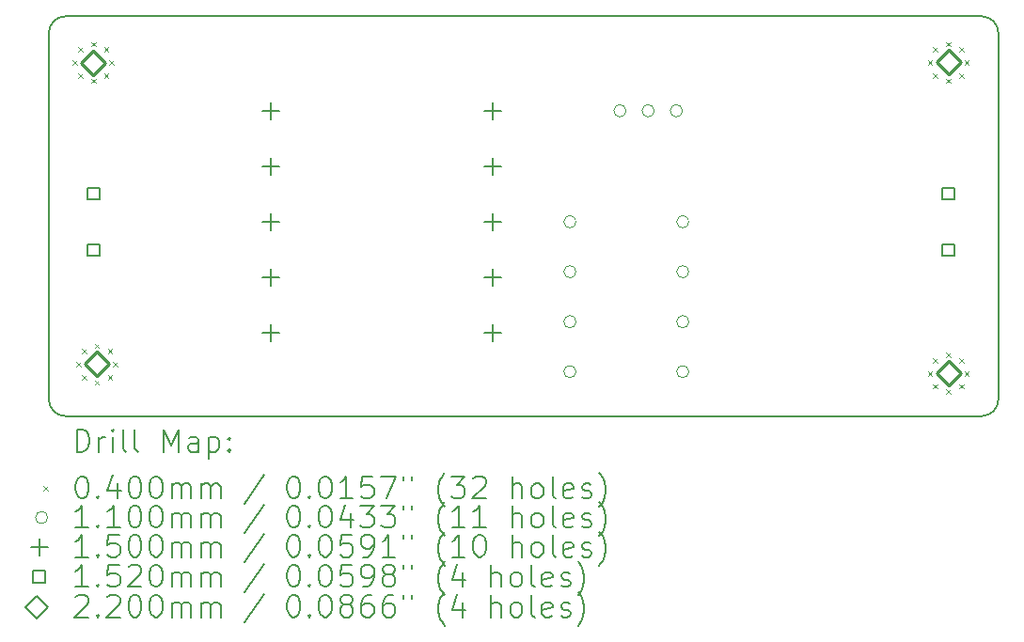
<source format=gbr>
%TF.GenerationSoftware,KiCad,Pcbnew,8.0.7*%
%TF.CreationDate,2025-08-07T00:00:54+05:30*%
%TF.ProjectId,Power_Supply,506f7765-725f-4537-9570-706c792e6b69,rev?*%
%TF.SameCoordinates,Original*%
%TF.FileFunction,Drillmap*%
%TF.FilePolarity,Positive*%
%FSLAX45Y45*%
G04 Gerber Fmt 4.5, Leading zero omitted, Abs format (unit mm)*
G04 Created by KiCad (PCBNEW 8.0.7) date 2025-08-07 00:00:54*
%MOMM*%
%LPD*%
G01*
G04 APERTURE LIST*
%ADD10C,0.200000*%
%ADD11C,0.100000*%
%ADD12C,0.110000*%
%ADD13C,0.150000*%
%ADD14C,0.152000*%
%ADD15C,0.220000*%
G04 APERTURE END LIST*
D10*
X18500000Y-9950000D02*
G75*
G02*
X18350000Y-10100000I-150000J0D01*
G01*
X18350000Y-6500000D02*
G75*
G02*
X18500000Y-6650000I0J-150000D01*
G01*
X10100000Y-10100000D02*
G75*
G02*
X9950000Y-9950000I0J150000D01*
G01*
X9950000Y-6650000D02*
G75*
G02*
X10100000Y-6500000I150000J0D01*
G01*
X10100000Y-6500000D02*
X18350000Y-6500000D01*
X18500000Y-6650000D02*
X18500000Y-9950000D01*
X18350000Y-10100000D02*
X10100000Y-10100000D01*
X9950000Y-9950000D02*
X9950000Y-6650000D01*
D11*
X10165000Y-6896673D02*
X10205000Y-6936673D01*
X10205000Y-6896673D02*
X10165000Y-6936673D01*
X10198327Y-9613327D02*
X10238327Y-9653327D01*
X10238327Y-9613327D02*
X10198327Y-9653327D01*
X10213327Y-6780000D02*
X10253327Y-6820000D01*
X10253327Y-6780000D02*
X10213327Y-6820000D01*
X10213327Y-7013345D02*
X10253327Y-7053345D01*
X10253327Y-7013345D02*
X10213327Y-7053345D01*
X10246655Y-9496655D02*
X10286655Y-9536655D01*
X10286655Y-9496655D02*
X10246655Y-9536655D01*
X10246655Y-9730000D02*
X10286655Y-9770000D01*
X10286655Y-9730000D02*
X10246655Y-9770000D01*
X10330000Y-6731673D02*
X10370000Y-6771673D01*
X10370000Y-6731673D02*
X10330000Y-6771673D01*
X10330000Y-7061673D02*
X10370000Y-7101673D01*
X10370000Y-7061673D02*
X10330000Y-7101673D01*
X10363327Y-9448327D02*
X10403327Y-9488327D01*
X10403327Y-9448327D02*
X10363327Y-9488327D01*
X10363327Y-9778327D02*
X10403327Y-9818327D01*
X10403327Y-9778327D02*
X10363327Y-9818327D01*
X10446673Y-6780000D02*
X10486673Y-6820000D01*
X10486673Y-6780000D02*
X10446673Y-6820000D01*
X10446673Y-7013345D02*
X10486673Y-7053345D01*
X10486673Y-7013345D02*
X10446673Y-7053345D01*
X10480000Y-9496655D02*
X10520000Y-9536655D01*
X10520000Y-9496655D02*
X10480000Y-9536655D01*
X10480000Y-9730000D02*
X10520000Y-9770000D01*
X10520000Y-9730000D02*
X10480000Y-9770000D01*
X10495000Y-6896673D02*
X10535000Y-6936673D01*
X10535000Y-6896673D02*
X10495000Y-6936673D01*
X10528327Y-9613327D02*
X10568327Y-9653327D01*
X10568327Y-9613327D02*
X10528327Y-9653327D01*
X17865000Y-6895000D02*
X17905000Y-6935000D01*
X17905000Y-6895000D02*
X17865000Y-6935000D01*
X17865000Y-9696673D02*
X17905000Y-9736673D01*
X17905000Y-9696673D02*
X17865000Y-9736673D01*
X17913327Y-6778327D02*
X17953327Y-6818327D01*
X17953327Y-6778327D02*
X17913327Y-6818327D01*
X17913327Y-7011673D02*
X17953327Y-7051673D01*
X17953327Y-7011673D02*
X17913327Y-7051673D01*
X17913327Y-9580000D02*
X17953327Y-9620000D01*
X17953327Y-9580000D02*
X17913327Y-9620000D01*
X17913327Y-9813345D02*
X17953327Y-9853345D01*
X17953327Y-9813345D02*
X17913327Y-9853345D01*
X18030000Y-6730000D02*
X18070000Y-6770000D01*
X18070000Y-6730000D02*
X18030000Y-6770000D01*
X18030000Y-7060000D02*
X18070000Y-7100000D01*
X18070000Y-7060000D02*
X18030000Y-7100000D01*
X18030000Y-9531673D02*
X18070000Y-9571673D01*
X18070000Y-9531673D02*
X18030000Y-9571673D01*
X18030000Y-9861673D02*
X18070000Y-9901673D01*
X18070000Y-9861673D02*
X18030000Y-9901673D01*
X18146673Y-6778327D02*
X18186673Y-6818327D01*
X18186673Y-6778327D02*
X18146673Y-6818327D01*
X18146673Y-7011673D02*
X18186673Y-7051673D01*
X18186673Y-7011673D02*
X18146673Y-7051673D01*
X18146673Y-9580000D02*
X18186673Y-9620000D01*
X18186673Y-9580000D02*
X18146673Y-9620000D01*
X18146673Y-9813345D02*
X18186673Y-9853345D01*
X18186673Y-9813345D02*
X18146673Y-9853345D01*
X18195000Y-6895000D02*
X18235000Y-6935000D01*
X18235000Y-6895000D02*
X18195000Y-6935000D01*
X18195000Y-9696673D02*
X18235000Y-9736673D01*
X18235000Y-9696673D02*
X18195000Y-9736673D01*
D12*
X14697000Y-8350000D02*
G75*
G02*
X14587000Y-8350000I-55000J0D01*
G01*
X14587000Y-8350000D02*
G75*
G02*
X14697000Y-8350000I55000J0D01*
G01*
X14697000Y-8800000D02*
G75*
G02*
X14587000Y-8800000I-55000J0D01*
G01*
X14587000Y-8800000D02*
G75*
G02*
X14697000Y-8800000I55000J0D01*
G01*
X14697000Y-9250000D02*
G75*
G02*
X14587000Y-9250000I-55000J0D01*
G01*
X14587000Y-9250000D02*
G75*
G02*
X14697000Y-9250000I55000J0D01*
G01*
X14697000Y-9700000D02*
G75*
G02*
X14587000Y-9700000I-55000J0D01*
G01*
X14587000Y-9700000D02*
G75*
G02*
X14697000Y-9700000I55000J0D01*
G01*
X15147000Y-7350000D02*
G75*
G02*
X15037000Y-7350000I-55000J0D01*
G01*
X15037000Y-7350000D02*
G75*
G02*
X15147000Y-7350000I55000J0D01*
G01*
X15401000Y-7350000D02*
G75*
G02*
X15291000Y-7350000I-55000J0D01*
G01*
X15291000Y-7350000D02*
G75*
G02*
X15401000Y-7350000I55000J0D01*
G01*
X15655000Y-7350000D02*
G75*
G02*
X15545000Y-7350000I-55000J0D01*
G01*
X15545000Y-7350000D02*
G75*
G02*
X15655000Y-7350000I55000J0D01*
G01*
X15713000Y-8350000D02*
G75*
G02*
X15603000Y-8350000I-55000J0D01*
G01*
X15603000Y-8350000D02*
G75*
G02*
X15713000Y-8350000I55000J0D01*
G01*
X15713000Y-8800000D02*
G75*
G02*
X15603000Y-8800000I-55000J0D01*
G01*
X15603000Y-8800000D02*
G75*
G02*
X15713000Y-8800000I55000J0D01*
G01*
X15713000Y-9250000D02*
G75*
G02*
X15603000Y-9250000I-55000J0D01*
G01*
X15603000Y-9250000D02*
G75*
G02*
X15713000Y-9250000I55000J0D01*
G01*
X15713000Y-9700000D02*
G75*
G02*
X15603000Y-9700000I-55000J0D01*
G01*
X15603000Y-9700000D02*
G75*
G02*
X15713000Y-9700000I55000J0D01*
G01*
D13*
X11950000Y-7275000D02*
X11950000Y-7425000D01*
X11875000Y-7350000D02*
X12025000Y-7350000D01*
X11950000Y-7775000D02*
X11950000Y-7925000D01*
X11875000Y-7850000D02*
X12025000Y-7850000D01*
X11950000Y-8275000D02*
X11950000Y-8425000D01*
X11875000Y-8350000D02*
X12025000Y-8350000D01*
X11950000Y-8775000D02*
X11950000Y-8925000D01*
X11875000Y-8850000D02*
X12025000Y-8850000D01*
X11950000Y-9275000D02*
X11950000Y-9425000D01*
X11875000Y-9350000D02*
X12025000Y-9350000D01*
X13950000Y-7275000D02*
X13950000Y-7425000D01*
X13875000Y-7350000D02*
X14025000Y-7350000D01*
X13950000Y-7775000D02*
X13950000Y-7925000D01*
X13875000Y-7850000D02*
X14025000Y-7850000D01*
X13950000Y-8275000D02*
X13950000Y-8425000D01*
X13875000Y-8350000D02*
X14025000Y-8350000D01*
X13950000Y-8775000D02*
X13950000Y-8925000D01*
X13875000Y-8850000D02*
X14025000Y-8850000D01*
X13950000Y-9275000D02*
X13950000Y-9425000D01*
X13875000Y-9350000D02*
X14025000Y-9350000D01*
D14*
X10403741Y-8149741D02*
X10403741Y-8042259D01*
X10296259Y-8042259D01*
X10296259Y-8149741D01*
X10403741Y-8149741D01*
X10403741Y-8657741D02*
X10403741Y-8550259D01*
X10296259Y-8550259D01*
X10296259Y-8657741D01*
X10403741Y-8657741D01*
X18103741Y-8149741D02*
X18103741Y-8042259D01*
X17996259Y-8042259D01*
X17996259Y-8149741D01*
X18103741Y-8149741D01*
X18103741Y-8657741D02*
X18103741Y-8550259D01*
X17996259Y-8550259D01*
X17996259Y-8657741D01*
X18103741Y-8657741D01*
D15*
X10350000Y-7026673D02*
X10460000Y-6916673D01*
X10350000Y-6806673D01*
X10240000Y-6916673D01*
X10350000Y-7026673D01*
X10383327Y-9743327D02*
X10493327Y-9633327D01*
X10383327Y-9523327D01*
X10273327Y-9633327D01*
X10383327Y-9743327D01*
X18050000Y-7025000D02*
X18160000Y-6915000D01*
X18050000Y-6805000D01*
X17940000Y-6915000D01*
X18050000Y-7025000D01*
X18050000Y-9826673D02*
X18160000Y-9716673D01*
X18050000Y-9606673D01*
X17940000Y-9716673D01*
X18050000Y-9826673D01*
D10*
X10200777Y-10421484D02*
X10200777Y-10221484D01*
X10200777Y-10221484D02*
X10248396Y-10221484D01*
X10248396Y-10221484D02*
X10276967Y-10231008D01*
X10276967Y-10231008D02*
X10296015Y-10250055D01*
X10296015Y-10250055D02*
X10305539Y-10269103D01*
X10305539Y-10269103D02*
X10315063Y-10307198D01*
X10315063Y-10307198D02*
X10315063Y-10335770D01*
X10315063Y-10335770D02*
X10305539Y-10373865D01*
X10305539Y-10373865D02*
X10296015Y-10392912D01*
X10296015Y-10392912D02*
X10276967Y-10411960D01*
X10276967Y-10411960D02*
X10248396Y-10421484D01*
X10248396Y-10421484D02*
X10200777Y-10421484D01*
X10400777Y-10421484D02*
X10400777Y-10288150D01*
X10400777Y-10326246D02*
X10410301Y-10307198D01*
X10410301Y-10307198D02*
X10419824Y-10297674D01*
X10419824Y-10297674D02*
X10438872Y-10288150D01*
X10438872Y-10288150D02*
X10457920Y-10288150D01*
X10524586Y-10421484D02*
X10524586Y-10288150D01*
X10524586Y-10221484D02*
X10515063Y-10231008D01*
X10515063Y-10231008D02*
X10524586Y-10240531D01*
X10524586Y-10240531D02*
X10534110Y-10231008D01*
X10534110Y-10231008D02*
X10524586Y-10221484D01*
X10524586Y-10221484D02*
X10524586Y-10240531D01*
X10648396Y-10421484D02*
X10629348Y-10411960D01*
X10629348Y-10411960D02*
X10619824Y-10392912D01*
X10619824Y-10392912D02*
X10619824Y-10221484D01*
X10753158Y-10421484D02*
X10734110Y-10411960D01*
X10734110Y-10411960D02*
X10724586Y-10392912D01*
X10724586Y-10392912D02*
X10724586Y-10221484D01*
X10981729Y-10421484D02*
X10981729Y-10221484D01*
X10981729Y-10221484D02*
X11048396Y-10364341D01*
X11048396Y-10364341D02*
X11115063Y-10221484D01*
X11115063Y-10221484D02*
X11115063Y-10421484D01*
X11296015Y-10421484D02*
X11296015Y-10316722D01*
X11296015Y-10316722D02*
X11286491Y-10297674D01*
X11286491Y-10297674D02*
X11267443Y-10288150D01*
X11267443Y-10288150D02*
X11229348Y-10288150D01*
X11229348Y-10288150D02*
X11210301Y-10297674D01*
X11296015Y-10411960D02*
X11276967Y-10421484D01*
X11276967Y-10421484D02*
X11229348Y-10421484D01*
X11229348Y-10421484D02*
X11210301Y-10411960D01*
X11210301Y-10411960D02*
X11200777Y-10392912D01*
X11200777Y-10392912D02*
X11200777Y-10373865D01*
X11200777Y-10373865D02*
X11210301Y-10354817D01*
X11210301Y-10354817D02*
X11229348Y-10345293D01*
X11229348Y-10345293D02*
X11276967Y-10345293D01*
X11276967Y-10345293D02*
X11296015Y-10335770D01*
X11391253Y-10288150D02*
X11391253Y-10488150D01*
X11391253Y-10297674D02*
X11410301Y-10288150D01*
X11410301Y-10288150D02*
X11448396Y-10288150D01*
X11448396Y-10288150D02*
X11467443Y-10297674D01*
X11467443Y-10297674D02*
X11476967Y-10307198D01*
X11476967Y-10307198D02*
X11486491Y-10326246D01*
X11486491Y-10326246D02*
X11486491Y-10383389D01*
X11486491Y-10383389D02*
X11476967Y-10402436D01*
X11476967Y-10402436D02*
X11467443Y-10411960D01*
X11467443Y-10411960D02*
X11448396Y-10421484D01*
X11448396Y-10421484D02*
X11410301Y-10421484D01*
X11410301Y-10421484D02*
X11391253Y-10411960D01*
X11572205Y-10402436D02*
X11581729Y-10411960D01*
X11581729Y-10411960D02*
X11572205Y-10421484D01*
X11572205Y-10421484D02*
X11562682Y-10411960D01*
X11562682Y-10411960D02*
X11572205Y-10402436D01*
X11572205Y-10402436D02*
X11572205Y-10421484D01*
X11572205Y-10297674D02*
X11581729Y-10307198D01*
X11581729Y-10307198D02*
X11572205Y-10316722D01*
X11572205Y-10316722D02*
X11562682Y-10307198D01*
X11562682Y-10307198D02*
X11572205Y-10297674D01*
X11572205Y-10297674D02*
X11572205Y-10316722D01*
D11*
X9900000Y-10730000D02*
X9940000Y-10770000D01*
X9940000Y-10730000D02*
X9900000Y-10770000D01*
D10*
X10238872Y-10641484D02*
X10257920Y-10641484D01*
X10257920Y-10641484D02*
X10276967Y-10651008D01*
X10276967Y-10651008D02*
X10286491Y-10660531D01*
X10286491Y-10660531D02*
X10296015Y-10679579D01*
X10296015Y-10679579D02*
X10305539Y-10717674D01*
X10305539Y-10717674D02*
X10305539Y-10765293D01*
X10305539Y-10765293D02*
X10296015Y-10803389D01*
X10296015Y-10803389D02*
X10286491Y-10822436D01*
X10286491Y-10822436D02*
X10276967Y-10831960D01*
X10276967Y-10831960D02*
X10257920Y-10841484D01*
X10257920Y-10841484D02*
X10238872Y-10841484D01*
X10238872Y-10841484D02*
X10219824Y-10831960D01*
X10219824Y-10831960D02*
X10210301Y-10822436D01*
X10210301Y-10822436D02*
X10200777Y-10803389D01*
X10200777Y-10803389D02*
X10191253Y-10765293D01*
X10191253Y-10765293D02*
X10191253Y-10717674D01*
X10191253Y-10717674D02*
X10200777Y-10679579D01*
X10200777Y-10679579D02*
X10210301Y-10660531D01*
X10210301Y-10660531D02*
X10219824Y-10651008D01*
X10219824Y-10651008D02*
X10238872Y-10641484D01*
X10391253Y-10822436D02*
X10400777Y-10831960D01*
X10400777Y-10831960D02*
X10391253Y-10841484D01*
X10391253Y-10841484D02*
X10381729Y-10831960D01*
X10381729Y-10831960D02*
X10391253Y-10822436D01*
X10391253Y-10822436D02*
X10391253Y-10841484D01*
X10572205Y-10708150D02*
X10572205Y-10841484D01*
X10524586Y-10631960D02*
X10476967Y-10774817D01*
X10476967Y-10774817D02*
X10600777Y-10774817D01*
X10715063Y-10641484D02*
X10734110Y-10641484D01*
X10734110Y-10641484D02*
X10753158Y-10651008D01*
X10753158Y-10651008D02*
X10762682Y-10660531D01*
X10762682Y-10660531D02*
X10772205Y-10679579D01*
X10772205Y-10679579D02*
X10781729Y-10717674D01*
X10781729Y-10717674D02*
X10781729Y-10765293D01*
X10781729Y-10765293D02*
X10772205Y-10803389D01*
X10772205Y-10803389D02*
X10762682Y-10822436D01*
X10762682Y-10822436D02*
X10753158Y-10831960D01*
X10753158Y-10831960D02*
X10734110Y-10841484D01*
X10734110Y-10841484D02*
X10715063Y-10841484D01*
X10715063Y-10841484D02*
X10696015Y-10831960D01*
X10696015Y-10831960D02*
X10686491Y-10822436D01*
X10686491Y-10822436D02*
X10676967Y-10803389D01*
X10676967Y-10803389D02*
X10667444Y-10765293D01*
X10667444Y-10765293D02*
X10667444Y-10717674D01*
X10667444Y-10717674D02*
X10676967Y-10679579D01*
X10676967Y-10679579D02*
X10686491Y-10660531D01*
X10686491Y-10660531D02*
X10696015Y-10651008D01*
X10696015Y-10651008D02*
X10715063Y-10641484D01*
X10905539Y-10641484D02*
X10924586Y-10641484D01*
X10924586Y-10641484D02*
X10943634Y-10651008D01*
X10943634Y-10651008D02*
X10953158Y-10660531D01*
X10953158Y-10660531D02*
X10962682Y-10679579D01*
X10962682Y-10679579D02*
X10972205Y-10717674D01*
X10972205Y-10717674D02*
X10972205Y-10765293D01*
X10972205Y-10765293D02*
X10962682Y-10803389D01*
X10962682Y-10803389D02*
X10953158Y-10822436D01*
X10953158Y-10822436D02*
X10943634Y-10831960D01*
X10943634Y-10831960D02*
X10924586Y-10841484D01*
X10924586Y-10841484D02*
X10905539Y-10841484D01*
X10905539Y-10841484D02*
X10886491Y-10831960D01*
X10886491Y-10831960D02*
X10876967Y-10822436D01*
X10876967Y-10822436D02*
X10867444Y-10803389D01*
X10867444Y-10803389D02*
X10857920Y-10765293D01*
X10857920Y-10765293D02*
X10857920Y-10717674D01*
X10857920Y-10717674D02*
X10867444Y-10679579D01*
X10867444Y-10679579D02*
X10876967Y-10660531D01*
X10876967Y-10660531D02*
X10886491Y-10651008D01*
X10886491Y-10651008D02*
X10905539Y-10641484D01*
X11057920Y-10841484D02*
X11057920Y-10708150D01*
X11057920Y-10727198D02*
X11067444Y-10717674D01*
X11067444Y-10717674D02*
X11086491Y-10708150D01*
X11086491Y-10708150D02*
X11115063Y-10708150D01*
X11115063Y-10708150D02*
X11134110Y-10717674D01*
X11134110Y-10717674D02*
X11143634Y-10736722D01*
X11143634Y-10736722D02*
X11143634Y-10841484D01*
X11143634Y-10736722D02*
X11153158Y-10717674D01*
X11153158Y-10717674D02*
X11172205Y-10708150D01*
X11172205Y-10708150D02*
X11200777Y-10708150D01*
X11200777Y-10708150D02*
X11219824Y-10717674D01*
X11219824Y-10717674D02*
X11229348Y-10736722D01*
X11229348Y-10736722D02*
X11229348Y-10841484D01*
X11324586Y-10841484D02*
X11324586Y-10708150D01*
X11324586Y-10727198D02*
X11334110Y-10717674D01*
X11334110Y-10717674D02*
X11353158Y-10708150D01*
X11353158Y-10708150D02*
X11381729Y-10708150D01*
X11381729Y-10708150D02*
X11400777Y-10717674D01*
X11400777Y-10717674D02*
X11410301Y-10736722D01*
X11410301Y-10736722D02*
X11410301Y-10841484D01*
X11410301Y-10736722D02*
X11419824Y-10717674D01*
X11419824Y-10717674D02*
X11438872Y-10708150D01*
X11438872Y-10708150D02*
X11467443Y-10708150D01*
X11467443Y-10708150D02*
X11486491Y-10717674D01*
X11486491Y-10717674D02*
X11496015Y-10736722D01*
X11496015Y-10736722D02*
X11496015Y-10841484D01*
X11886491Y-10631960D02*
X11715063Y-10889103D01*
X12143634Y-10641484D02*
X12162682Y-10641484D01*
X12162682Y-10641484D02*
X12181729Y-10651008D01*
X12181729Y-10651008D02*
X12191253Y-10660531D01*
X12191253Y-10660531D02*
X12200777Y-10679579D01*
X12200777Y-10679579D02*
X12210301Y-10717674D01*
X12210301Y-10717674D02*
X12210301Y-10765293D01*
X12210301Y-10765293D02*
X12200777Y-10803389D01*
X12200777Y-10803389D02*
X12191253Y-10822436D01*
X12191253Y-10822436D02*
X12181729Y-10831960D01*
X12181729Y-10831960D02*
X12162682Y-10841484D01*
X12162682Y-10841484D02*
X12143634Y-10841484D01*
X12143634Y-10841484D02*
X12124586Y-10831960D01*
X12124586Y-10831960D02*
X12115063Y-10822436D01*
X12115063Y-10822436D02*
X12105539Y-10803389D01*
X12105539Y-10803389D02*
X12096015Y-10765293D01*
X12096015Y-10765293D02*
X12096015Y-10717674D01*
X12096015Y-10717674D02*
X12105539Y-10679579D01*
X12105539Y-10679579D02*
X12115063Y-10660531D01*
X12115063Y-10660531D02*
X12124586Y-10651008D01*
X12124586Y-10651008D02*
X12143634Y-10641484D01*
X12296015Y-10822436D02*
X12305539Y-10831960D01*
X12305539Y-10831960D02*
X12296015Y-10841484D01*
X12296015Y-10841484D02*
X12286491Y-10831960D01*
X12286491Y-10831960D02*
X12296015Y-10822436D01*
X12296015Y-10822436D02*
X12296015Y-10841484D01*
X12429348Y-10641484D02*
X12448396Y-10641484D01*
X12448396Y-10641484D02*
X12467444Y-10651008D01*
X12467444Y-10651008D02*
X12476967Y-10660531D01*
X12476967Y-10660531D02*
X12486491Y-10679579D01*
X12486491Y-10679579D02*
X12496015Y-10717674D01*
X12496015Y-10717674D02*
X12496015Y-10765293D01*
X12496015Y-10765293D02*
X12486491Y-10803389D01*
X12486491Y-10803389D02*
X12476967Y-10822436D01*
X12476967Y-10822436D02*
X12467444Y-10831960D01*
X12467444Y-10831960D02*
X12448396Y-10841484D01*
X12448396Y-10841484D02*
X12429348Y-10841484D01*
X12429348Y-10841484D02*
X12410301Y-10831960D01*
X12410301Y-10831960D02*
X12400777Y-10822436D01*
X12400777Y-10822436D02*
X12391253Y-10803389D01*
X12391253Y-10803389D02*
X12381729Y-10765293D01*
X12381729Y-10765293D02*
X12381729Y-10717674D01*
X12381729Y-10717674D02*
X12391253Y-10679579D01*
X12391253Y-10679579D02*
X12400777Y-10660531D01*
X12400777Y-10660531D02*
X12410301Y-10651008D01*
X12410301Y-10651008D02*
X12429348Y-10641484D01*
X12686491Y-10841484D02*
X12572206Y-10841484D01*
X12629348Y-10841484D02*
X12629348Y-10641484D01*
X12629348Y-10641484D02*
X12610301Y-10670055D01*
X12610301Y-10670055D02*
X12591253Y-10689103D01*
X12591253Y-10689103D02*
X12572206Y-10698627D01*
X12867444Y-10641484D02*
X12772206Y-10641484D01*
X12772206Y-10641484D02*
X12762682Y-10736722D01*
X12762682Y-10736722D02*
X12772206Y-10727198D01*
X12772206Y-10727198D02*
X12791253Y-10717674D01*
X12791253Y-10717674D02*
X12838872Y-10717674D01*
X12838872Y-10717674D02*
X12857920Y-10727198D01*
X12857920Y-10727198D02*
X12867444Y-10736722D01*
X12867444Y-10736722D02*
X12876967Y-10755770D01*
X12876967Y-10755770D02*
X12876967Y-10803389D01*
X12876967Y-10803389D02*
X12867444Y-10822436D01*
X12867444Y-10822436D02*
X12857920Y-10831960D01*
X12857920Y-10831960D02*
X12838872Y-10841484D01*
X12838872Y-10841484D02*
X12791253Y-10841484D01*
X12791253Y-10841484D02*
X12772206Y-10831960D01*
X12772206Y-10831960D02*
X12762682Y-10822436D01*
X12943634Y-10641484D02*
X13076967Y-10641484D01*
X13076967Y-10641484D02*
X12991253Y-10841484D01*
X13143634Y-10641484D02*
X13143634Y-10679579D01*
X13219825Y-10641484D02*
X13219825Y-10679579D01*
X13515063Y-10917674D02*
X13505539Y-10908150D01*
X13505539Y-10908150D02*
X13486491Y-10879579D01*
X13486491Y-10879579D02*
X13476968Y-10860531D01*
X13476968Y-10860531D02*
X13467444Y-10831960D01*
X13467444Y-10831960D02*
X13457920Y-10784341D01*
X13457920Y-10784341D02*
X13457920Y-10746246D01*
X13457920Y-10746246D02*
X13467444Y-10698627D01*
X13467444Y-10698627D02*
X13476968Y-10670055D01*
X13476968Y-10670055D02*
X13486491Y-10651008D01*
X13486491Y-10651008D02*
X13505539Y-10622436D01*
X13505539Y-10622436D02*
X13515063Y-10612912D01*
X13572206Y-10641484D02*
X13696015Y-10641484D01*
X13696015Y-10641484D02*
X13629348Y-10717674D01*
X13629348Y-10717674D02*
X13657920Y-10717674D01*
X13657920Y-10717674D02*
X13676968Y-10727198D01*
X13676968Y-10727198D02*
X13686491Y-10736722D01*
X13686491Y-10736722D02*
X13696015Y-10755770D01*
X13696015Y-10755770D02*
X13696015Y-10803389D01*
X13696015Y-10803389D02*
X13686491Y-10822436D01*
X13686491Y-10822436D02*
X13676968Y-10831960D01*
X13676968Y-10831960D02*
X13657920Y-10841484D01*
X13657920Y-10841484D02*
X13600777Y-10841484D01*
X13600777Y-10841484D02*
X13581729Y-10831960D01*
X13581729Y-10831960D02*
X13572206Y-10822436D01*
X13772206Y-10660531D02*
X13781729Y-10651008D01*
X13781729Y-10651008D02*
X13800777Y-10641484D01*
X13800777Y-10641484D02*
X13848396Y-10641484D01*
X13848396Y-10641484D02*
X13867444Y-10651008D01*
X13867444Y-10651008D02*
X13876968Y-10660531D01*
X13876968Y-10660531D02*
X13886491Y-10679579D01*
X13886491Y-10679579D02*
X13886491Y-10698627D01*
X13886491Y-10698627D02*
X13876968Y-10727198D01*
X13876968Y-10727198D02*
X13762682Y-10841484D01*
X13762682Y-10841484D02*
X13886491Y-10841484D01*
X14124587Y-10841484D02*
X14124587Y-10641484D01*
X14210301Y-10841484D02*
X14210301Y-10736722D01*
X14210301Y-10736722D02*
X14200777Y-10717674D01*
X14200777Y-10717674D02*
X14181730Y-10708150D01*
X14181730Y-10708150D02*
X14153158Y-10708150D01*
X14153158Y-10708150D02*
X14134110Y-10717674D01*
X14134110Y-10717674D02*
X14124587Y-10727198D01*
X14334110Y-10841484D02*
X14315063Y-10831960D01*
X14315063Y-10831960D02*
X14305539Y-10822436D01*
X14305539Y-10822436D02*
X14296015Y-10803389D01*
X14296015Y-10803389D02*
X14296015Y-10746246D01*
X14296015Y-10746246D02*
X14305539Y-10727198D01*
X14305539Y-10727198D02*
X14315063Y-10717674D01*
X14315063Y-10717674D02*
X14334110Y-10708150D01*
X14334110Y-10708150D02*
X14362682Y-10708150D01*
X14362682Y-10708150D02*
X14381730Y-10717674D01*
X14381730Y-10717674D02*
X14391253Y-10727198D01*
X14391253Y-10727198D02*
X14400777Y-10746246D01*
X14400777Y-10746246D02*
X14400777Y-10803389D01*
X14400777Y-10803389D02*
X14391253Y-10822436D01*
X14391253Y-10822436D02*
X14381730Y-10831960D01*
X14381730Y-10831960D02*
X14362682Y-10841484D01*
X14362682Y-10841484D02*
X14334110Y-10841484D01*
X14515063Y-10841484D02*
X14496015Y-10831960D01*
X14496015Y-10831960D02*
X14486491Y-10812912D01*
X14486491Y-10812912D02*
X14486491Y-10641484D01*
X14667444Y-10831960D02*
X14648396Y-10841484D01*
X14648396Y-10841484D02*
X14610301Y-10841484D01*
X14610301Y-10841484D02*
X14591253Y-10831960D01*
X14591253Y-10831960D02*
X14581730Y-10812912D01*
X14581730Y-10812912D02*
X14581730Y-10736722D01*
X14581730Y-10736722D02*
X14591253Y-10717674D01*
X14591253Y-10717674D02*
X14610301Y-10708150D01*
X14610301Y-10708150D02*
X14648396Y-10708150D01*
X14648396Y-10708150D02*
X14667444Y-10717674D01*
X14667444Y-10717674D02*
X14676968Y-10736722D01*
X14676968Y-10736722D02*
X14676968Y-10755770D01*
X14676968Y-10755770D02*
X14581730Y-10774817D01*
X14753158Y-10831960D02*
X14772206Y-10841484D01*
X14772206Y-10841484D02*
X14810301Y-10841484D01*
X14810301Y-10841484D02*
X14829349Y-10831960D01*
X14829349Y-10831960D02*
X14838872Y-10812912D01*
X14838872Y-10812912D02*
X14838872Y-10803389D01*
X14838872Y-10803389D02*
X14829349Y-10784341D01*
X14829349Y-10784341D02*
X14810301Y-10774817D01*
X14810301Y-10774817D02*
X14781730Y-10774817D01*
X14781730Y-10774817D02*
X14762682Y-10765293D01*
X14762682Y-10765293D02*
X14753158Y-10746246D01*
X14753158Y-10746246D02*
X14753158Y-10736722D01*
X14753158Y-10736722D02*
X14762682Y-10717674D01*
X14762682Y-10717674D02*
X14781730Y-10708150D01*
X14781730Y-10708150D02*
X14810301Y-10708150D01*
X14810301Y-10708150D02*
X14829349Y-10717674D01*
X14905539Y-10917674D02*
X14915063Y-10908150D01*
X14915063Y-10908150D02*
X14934111Y-10879579D01*
X14934111Y-10879579D02*
X14943634Y-10860531D01*
X14943634Y-10860531D02*
X14953158Y-10831960D01*
X14953158Y-10831960D02*
X14962682Y-10784341D01*
X14962682Y-10784341D02*
X14962682Y-10746246D01*
X14962682Y-10746246D02*
X14953158Y-10698627D01*
X14953158Y-10698627D02*
X14943634Y-10670055D01*
X14943634Y-10670055D02*
X14934111Y-10651008D01*
X14934111Y-10651008D02*
X14915063Y-10622436D01*
X14915063Y-10622436D02*
X14905539Y-10612912D01*
D12*
X9940000Y-11014000D02*
G75*
G02*
X9830000Y-11014000I-55000J0D01*
G01*
X9830000Y-11014000D02*
G75*
G02*
X9940000Y-11014000I55000J0D01*
G01*
D10*
X10305539Y-11105484D02*
X10191253Y-11105484D01*
X10248396Y-11105484D02*
X10248396Y-10905484D01*
X10248396Y-10905484D02*
X10229348Y-10934055D01*
X10229348Y-10934055D02*
X10210301Y-10953103D01*
X10210301Y-10953103D02*
X10191253Y-10962627D01*
X10391253Y-11086436D02*
X10400777Y-11095960D01*
X10400777Y-11095960D02*
X10391253Y-11105484D01*
X10391253Y-11105484D02*
X10381729Y-11095960D01*
X10381729Y-11095960D02*
X10391253Y-11086436D01*
X10391253Y-11086436D02*
X10391253Y-11105484D01*
X10591253Y-11105484D02*
X10476967Y-11105484D01*
X10534110Y-11105484D02*
X10534110Y-10905484D01*
X10534110Y-10905484D02*
X10515063Y-10934055D01*
X10515063Y-10934055D02*
X10496015Y-10953103D01*
X10496015Y-10953103D02*
X10476967Y-10962627D01*
X10715063Y-10905484D02*
X10734110Y-10905484D01*
X10734110Y-10905484D02*
X10753158Y-10915008D01*
X10753158Y-10915008D02*
X10762682Y-10924531D01*
X10762682Y-10924531D02*
X10772205Y-10943579D01*
X10772205Y-10943579D02*
X10781729Y-10981674D01*
X10781729Y-10981674D02*
X10781729Y-11029293D01*
X10781729Y-11029293D02*
X10772205Y-11067389D01*
X10772205Y-11067389D02*
X10762682Y-11086436D01*
X10762682Y-11086436D02*
X10753158Y-11095960D01*
X10753158Y-11095960D02*
X10734110Y-11105484D01*
X10734110Y-11105484D02*
X10715063Y-11105484D01*
X10715063Y-11105484D02*
X10696015Y-11095960D01*
X10696015Y-11095960D02*
X10686491Y-11086436D01*
X10686491Y-11086436D02*
X10676967Y-11067389D01*
X10676967Y-11067389D02*
X10667444Y-11029293D01*
X10667444Y-11029293D02*
X10667444Y-10981674D01*
X10667444Y-10981674D02*
X10676967Y-10943579D01*
X10676967Y-10943579D02*
X10686491Y-10924531D01*
X10686491Y-10924531D02*
X10696015Y-10915008D01*
X10696015Y-10915008D02*
X10715063Y-10905484D01*
X10905539Y-10905484D02*
X10924586Y-10905484D01*
X10924586Y-10905484D02*
X10943634Y-10915008D01*
X10943634Y-10915008D02*
X10953158Y-10924531D01*
X10953158Y-10924531D02*
X10962682Y-10943579D01*
X10962682Y-10943579D02*
X10972205Y-10981674D01*
X10972205Y-10981674D02*
X10972205Y-11029293D01*
X10972205Y-11029293D02*
X10962682Y-11067389D01*
X10962682Y-11067389D02*
X10953158Y-11086436D01*
X10953158Y-11086436D02*
X10943634Y-11095960D01*
X10943634Y-11095960D02*
X10924586Y-11105484D01*
X10924586Y-11105484D02*
X10905539Y-11105484D01*
X10905539Y-11105484D02*
X10886491Y-11095960D01*
X10886491Y-11095960D02*
X10876967Y-11086436D01*
X10876967Y-11086436D02*
X10867444Y-11067389D01*
X10867444Y-11067389D02*
X10857920Y-11029293D01*
X10857920Y-11029293D02*
X10857920Y-10981674D01*
X10857920Y-10981674D02*
X10867444Y-10943579D01*
X10867444Y-10943579D02*
X10876967Y-10924531D01*
X10876967Y-10924531D02*
X10886491Y-10915008D01*
X10886491Y-10915008D02*
X10905539Y-10905484D01*
X11057920Y-11105484D02*
X11057920Y-10972150D01*
X11057920Y-10991198D02*
X11067444Y-10981674D01*
X11067444Y-10981674D02*
X11086491Y-10972150D01*
X11086491Y-10972150D02*
X11115063Y-10972150D01*
X11115063Y-10972150D02*
X11134110Y-10981674D01*
X11134110Y-10981674D02*
X11143634Y-11000722D01*
X11143634Y-11000722D02*
X11143634Y-11105484D01*
X11143634Y-11000722D02*
X11153158Y-10981674D01*
X11153158Y-10981674D02*
X11172205Y-10972150D01*
X11172205Y-10972150D02*
X11200777Y-10972150D01*
X11200777Y-10972150D02*
X11219824Y-10981674D01*
X11219824Y-10981674D02*
X11229348Y-11000722D01*
X11229348Y-11000722D02*
X11229348Y-11105484D01*
X11324586Y-11105484D02*
X11324586Y-10972150D01*
X11324586Y-10991198D02*
X11334110Y-10981674D01*
X11334110Y-10981674D02*
X11353158Y-10972150D01*
X11353158Y-10972150D02*
X11381729Y-10972150D01*
X11381729Y-10972150D02*
X11400777Y-10981674D01*
X11400777Y-10981674D02*
X11410301Y-11000722D01*
X11410301Y-11000722D02*
X11410301Y-11105484D01*
X11410301Y-11000722D02*
X11419824Y-10981674D01*
X11419824Y-10981674D02*
X11438872Y-10972150D01*
X11438872Y-10972150D02*
X11467443Y-10972150D01*
X11467443Y-10972150D02*
X11486491Y-10981674D01*
X11486491Y-10981674D02*
X11496015Y-11000722D01*
X11496015Y-11000722D02*
X11496015Y-11105484D01*
X11886491Y-10895960D02*
X11715063Y-11153103D01*
X12143634Y-10905484D02*
X12162682Y-10905484D01*
X12162682Y-10905484D02*
X12181729Y-10915008D01*
X12181729Y-10915008D02*
X12191253Y-10924531D01*
X12191253Y-10924531D02*
X12200777Y-10943579D01*
X12200777Y-10943579D02*
X12210301Y-10981674D01*
X12210301Y-10981674D02*
X12210301Y-11029293D01*
X12210301Y-11029293D02*
X12200777Y-11067389D01*
X12200777Y-11067389D02*
X12191253Y-11086436D01*
X12191253Y-11086436D02*
X12181729Y-11095960D01*
X12181729Y-11095960D02*
X12162682Y-11105484D01*
X12162682Y-11105484D02*
X12143634Y-11105484D01*
X12143634Y-11105484D02*
X12124586Y-11095960D01*
X12124586Y-11095960D02*
X12115063Y-11086436D01*
X12115063Y-11086436D02*
X12105539Y-11067389D01*
X12105539Y-11067389D02*
X12096015Y-11029293D01*
X12096015Y-11029293D02*
X12096015Y-10981674D01*
X12096015Y-10981674D02*
X12105539Y-10943579D01*
X12105539Y-10943579D02*
X12115063Y-10924531D01*
X12115063Y-10924531D02*
X12124586Y-10915008D01*
X12124586Y-10915008D02*
X12143634Y-10905484D01*
X12296015Y-11086436D02*
X12305539Y-11095960D01*
X12305539Y-11095960D02*
X12296015Y-11105484D01*
X12296015Y-11105484D02*
X12286491Y-11095960D01*
X12286491Y-11095960D02*
X12296015Y-11086436D01*
X12296015Y-11086436D02*
X12296015Y-11105484D01*
X12429348Y-10905484D02*
X12448396Y-10905484D01*
X12448396Y-10905484D02*
X12467444Y-10915008D01*
X12467444Y-10915008D02*
X12476967Y-10924531D01*
X12476967Y-10924531D02*
X12486491Y-10943579D01*
X12486491Y-10943579D02*
X12496015Y-10981674D01*
X12496015Y-10981674D02*
X12496015Y-11029293D01*
X12496015Y-11029293D02*
X12486491Y-11067389D01*
X12486491Y-11067389D02*
X12476967Y-11086436D01*
X12476967Y-11086436D02*
X12467444Y-11095960D01*
X12467444Y-11095960D02*
X12448396Y-11105484D01*
X12448396Y-11105484D02*
X12429348Y-11105484D01*
X12429348Y-11105484D02*
X12410301Y-11095960D01*
X12410301Y-11095960D02*
X12400777Y-11086436D01*
X12400777Y-11086436D02*
X12391253Y-11067389D01*
X12391253Y-11067389D02*
X12381729Y-11029293D01*
X12381729Y-11029293D02*
X12381729Y-10981674D01*
X12381729Y-10981674D02*
X12391253Y-10943579D01*
X12391253Y-10943579D02*
X12400777Y-10924531D01*
X12400777Y-10924531D02*
X12410301Y-10915008D01*
X12410301Y-10915008D02*
X12429348Y-10905484D01*
X12667444Y-10972150D02*
X12667444Y-11105484D01*
X12619825Y-10895960D02*
X12572206Y-11038817D01*
X12572206Y-11038817D02*
X12696015Y-11038817D01*
X12753158Y-10905484D02*
X12876967Y-10905484D01*
X12876967Y-10905484D02*
X12810301Y-10981674D01*
X12810301Y-10981674D02*
X12838872Y-10981674D01*
X12838872Y-10981674D02*
X12857920Y-10991198D01*
X12857920Y-10991198D02*
X12867444Y-11000722D01*
X12867444Y-11000722D02*
X12876967Y-11019770D01*
X12876967Y-11019770D02*
X12876967Y-11067389D01*
X12876967Y-11067389D02*
X12867444Y-11086436D01*
X12867444Y-11086436D02*
X12857920Y-11095960D01*
X12857920Y-11095960D02*
X12838872Y-11105484D01*
X12838872Y-11105484D02*
X12781729Y-11105484D01*
X12781729Y-11105484D02*
X12762682Y-11095960D01*
X12762682Y-11095960D02*
X12753158Y-11086436D01*
X12943634Y-10905484D02*
X13067444Y-10905484D01*
X13067444Y-10905484D02*
X13000777Y-10981674D01*
X13000777Y-10981674D02*
X13029348Y-10981674D01*
X13029348Y-10981674D02*
X13048396Y-10991198D01*
X13048396Y-10991198D02*
X13057920Y-11000722D01*
X13057920Y-11000722D02*
X13067444Y-11019770D01*
X13067444Y-11019770D02*
X13067444Y-11067389D01*
X13067444Y-11067389D02*
X13057920Y-11086436D01*
X13057920Y-11086436D02*
X13048396Y-11095960D01*
X13048396Y-11095960D02*
X13029348Y-11105484D01*
X13029348Y-11105484D02*
X12972206Y-11105484D01*
X12972206Y-11105484D02*
X12953158Y-11095960D01*
X12953158Y-11095960D02*
X12943634Y-11086436D01*
X13143634Y-10905484D02*
X13143634Y-10943579D01*
X13219825Y-10905484D02*
X13219825Y-10943579D01*
X13515063Y-11181674D02*
X13505539Y-11172150D01*
X13505539Y-11172150D02*
X13486491Y-11143579D01*
X13486491Y-11143579D02*
X13476968Y-11124531D01*
X13476968Y-11124531D02*
X13467444Y-11095960D01*
X13467444Y-11095960D02*
X13457920Y-11048341D01*
X13457920Y-11048341D02*
X13457920Y-11010246D01*
X13457920Y-11010246D02*
X13467444Y-10962627D01*
X13467444Y-10962627D02*
X13476968Y-10934055D01*
X13476968Y-10934055D02*
X13486491Y-10915008D01*
X13486491Y-10915008D02*
X13505539Y-10886436D01*
X13505539Y-10886436D02*
X13515063Y-10876912D01*
X13696015Y-11105484D02*
X13581729Y-11105484D01*
X13638872Y-11105484D02*
X13638872Y-10905484D01*
X13638872Y-10905484D02*
X13619825Y-10934055D01*
X13619825Y-10934055D02*
X13600777Y-10953103D01*
X13600777Y-10953103D02*
X13581729Y-10962627D01*
X13886491Y-11105484D02*
X13772206Y-11105484D01*
X13829348Y-11105484D02*
X13829348Y-10905484D01*
X13829348Y-10905484D02*
X13810301Y-10934055D01*
X13810301Y-10934055D02*
X13791253Y-10953103D01*
X13791253Y-10953103D02*
X13772206Y-10962627D01*
X14124587Y-11105484D02*
X14124587Y-10905484D01*
X14210301Y-11105484D02*
X14210301Y-11000722D01*
X14210301Y-11000722D02*
X14200777Y-10981674D01*
X14200777Y-10981674D02*
X14181730Y-10972150D01*
X14181730Y-10972150D02*
X14153158Y-10972150D01*
X14153158Y-10972150D02*
X14134110Y-10981674D01*
X14134110Y-10981674D02*
X14124587Y-10991198D01*
X14334110Y-11105484D02*
X14315063Y-11095960D01*
X14315063Y-11095960D02*
X14305539Y-11086436D01*
X14305539Y-11086436D02*
X14296015Y-11067389D01*
X14296015Y-11067389D02*
X14296015Y-11010246D01*
X14296015Y-11010246D02*
X14305539Y-10991198D01*
X14305539Y-10991198D02*
X14315063Y-10981674D01*
X14315063Y-10981674D02*
X14334110Y-10972150D01*
X14334110Y-10972150D02*
X14362682Y-10972150D01*
X14362682Y-10972150D02*
X14381730Y-10981674D01*
X14381730Y-10981674D02*
X14391253Y-10991198D01*
X14391253Y-10991198D02*
X14400777Y-11010246D01*
X14400777Y-11010246D02*
X14400777Y-11067389D01*
X14400777Y-11067389D02*
X14391253Y-11086436D01*
X14391253Y-11086436D02*
X14381730Y-11095960D01*
X14381730Y-11095960D02*
X14362682Y-11105484D01*
X14362682Y-11105484D02*
X14334110Y-11105484D01*
X14515063Y-11105484D02*
X14496015Y-11095960D01*
X14496015Y-11095960D02*
X14486491Y-11076912D01*
X14486491Y-11076912D02*
X14486491Y-10905484D01*
X14667444Y-11095960D02*
X14648396Y-11105484D01*
X14648396Y-11105484D02*
X14610301Y-11105484D01*
X14610301Y-11105484D02*
X14591253Y-11095960D01*
X14591253Y-11095960D02*
X14581730Y-11076912D01*
X14581730Y-11076912D02*
X14581730Y-11000722D01*
X14581730Y-11000722D02*
X14591253Y-10981674D01*
X14591253Y-10981674D02*
X14610301Y-10972150D01*
X14610301Y-10972150D02*
X14648396Y-10972150D01*
X14648396Y-10972150D02*
X14667444Y-10981674D01*
X14667444Y-10981674D02*
X14676968Y-11000722D01*
X14676968Y-11000722D02*
X14676968Y-11019770D01*
X14676968Y-11019770D02*
X14581730Y-11038817D01*
X14753158Y-11095960D02*
X14772206Y-11105484D01*
X14772206Y-11105484D02*
X14810301Y-11105484D01*
X14810301Y-11105484D02*
X14829349Y-11095960D01*
X14829349Y-11095960D02*
X14838872Y-11076912D01*
X14838872Y-11076912D02*
X14838872Y-11067389D01*
X14838872Y-11067389D02*
X14829349Y-11048341D01*
X14829349Y-11048341D02*
X14810301Y-11038817D01*
X14810301Y-11038817D02*
X14781730Y-11038817D01*
X14781730Y-11038817D02*
X14762682Y-11029293D01*
X14762682Y-11029293D02*
X14753158Y-11010246D01*
X14753158Y-11010246D02*
X14753158Y-11000722D01*
X14753158Y-11000722D02*
X14762682Y-10981674D01*
X14762682Y-10981674D02*
X14781730Y-10972150D01*
X14781730Y-10972150D02*
X14810301Y-10972150D01*
X14810301Y-10972150D02*
X14829349Y-10981674D01*
X14905539Y-11181674D02*
X14915063Y-11172150D01*
X14915063Y-11172150D02*
X14934111Y-11143579D01*
X14934111Y-11143579D02*
X14943634Y-11124531D01*
X14943634Y-11124531D02*
X14953158Y-11095960D01*
X14953158Y-11095960D02*
X14962682Y-11048341D01*
X14962682Y-11048341D02*
X14962682Y-11010246D01*
X14962682Y-11010246D02*
X14953158Y-10962627D01*
X14953158Y-10962627D02*
X14943634Y-10934055D01*
X14943634Y-10934055D02*
X14934111Y-10915008D01*
X14934111Y-10915008D02*
X14915063Y-10886436D01*
X14915063Y-10886436D02*
X14905539Y-10876912D01*
D13*
X9865000Y-11203000D02*
X9865000Y-11353000D01*
X9790000Y-11278000D02*
X9940000Y-11278000D01*
D10*
X10305539Y-11369484D02*
X10191253Y-11369484D01*
X10248396Y-11369484D02*
X10248396Y-11169484D01*
X10248396Y-11169484D02*
X10229348Y-11198055D01*
X10229348Y-11198055D02*
X10210301Y-11217103D01*
X10210301Y-11217103D02*
X10191253Y-11226627D01*
X10391253Y-11350436D02*
X10400777Y-11359960D01*
X10400777Y-11359960D02*
X10391253Y-11369484D01*
X10391253Y-11369484D02*
X10381729Y-11359960D01*
X10381729Y-11359960D02*
X10391253Y-11350436D01*
X10391253Y-11350436D02*
X10391253Y-11369484D01*
X10581729Y-11169484D02*
X10486491Y-11169484D01*
X10486491Y-11169484D02*
X10476967Y-11264722D01*
X10476967Y-11264722D02*
X10486491Y-11255198D01*
X10486491Y-11255198D02*
X10505539Y-11245674D01*
X10505539Y-11245674D02*
X10553158Y-11245674D01*
X10553158Y-11245674D02*
X10572205Y-11255198D01*
X10572205Y-11255198D02*
X10581729Y-11264722D01*
X10581729Y-11264722D02*
X10591253Y-11283769D01*
X10591253Y-11283769D02*
X10591253Y-11331388D01*
X10591253Y-11331388D02*
X10581729Y-11350436D01*
X10581729Y-11350436D02*
X10572205Y-11359960D01*
X10572205Y-11359960D02*
X10553158Y-11369484D01*
X10553158Y-11369484D02*
X10505539Y-11369484D01*
X10505539Y-11369484D02*
X10486491Y-11359960D01*
X10486491Y-11359960D02*
X10476967Y-11350436D01*
X10715063Y-11169484D02*
X10734110Y-11169484D01*
X10734110Y-11169484D02*
X10753158Y-11179008D01*
X10753158Y-11179008D02*
X10762682Y-11188531D01*
X10762682Y-11188531D02*
X10772205Y-11207579D01*
X10772205Y-11207579D02*
X10781729Y-11245674D01*
X10781729Y-11245674D02*
X10781729Y-11293293D01*
X10781729Y-11293293D02*
X10772205Y-11331388D01*
X10772205Y-11331388D02*
X10762682Y-11350436D01*
X10762682Y-11350436D02*
X10753158Y-11359960D01*
X10753158Y-11359960D02*
X10734110Y-11369484D01*
X10734110Y-11369484D02*
X10715063Y-11369484D01*
X10715063Y-11369484D02*
X10696015Y-11359960D01*
X10696015Y-11359960D02*
X10686491Y-11350436D01*
X10686491Y-11350436D02*
X10676967Y-11331388D01*
X10676967Y-11331388D02*
X10667444Y-11293293D01*
X10667444Y-11293293D02*
X10667444Y-11245674D01*
X10667444Y-11245674D02*
X10676967Y-11207579D01*
X10676967Y-11207579D02*
X10686491Y-11188531D01*
X10686491Y-11188531D02*
X10696015Y-11179008D01*
X10696015Y-11179008D02*
X10715063Y-11169484D01*
X10905539Y-11169484D02*
X10924586Y-11169484D01*
X10924586Y-11169484D02*
X10943634Y-11179008D01*
X10943634Y-11179008D02*
X10953158Y-11188531D01*
X10953158Y-11188531D02*
X10962682Y-11207579D01*
X10962682Y-11207579D02*
X10972205Y-11245674D01*
X10972205Y-11245674D02*
X10972205Y-11293293D01*
X10972205Y-11293293D02*
X10962682Y-11331388D01*
X10962682Y-11331388D02*
X10953158Y-11350436D01*
X10953158Y-11350436D02*
X10943634Y-11359960D01*
X10943634Y-11359960D02*
X10924586Y-11369484D01*
X10924586Y-11369484D02*
X10905539Y-11369484D01*
X10905539Y-11369484D02*
X10886491Y-11359960D01*
X10886491Y-11359960D02*
X10876967Y-11350436D01*
X10876967Y-11350436D02*
X10867444Y-11331388D01*
X10867444Y-11331388D02*
X10857920Y-11293293D01*
X10857920Y-11293293D02*
X10857920Y-11245674D01*
X10857920Y-11245674D02*
X10867444Y-11207579D01*
X10867444Y-11207579D02*
X10876967Y-11188531D01*
X10876967Y-11188531D02*
X10886491Y-11179008D01*
X10886491Y-11179008D02*
X10905539Y-11169484D01*
X11057920Y-11369484D02*
X11057920Y-11236150D01*
X11057920Y-11255198D02*
X11067444Y-11245674D01*
X11067444Y-11245674D02*
X11086491Y-11236150D01*
X11086491Y-11236150D02*
X11115063Y-11236150D01*
X11115063Y-11236150D02*
X11134110Y-11245674D01*
X11134110Y-11245674D02*
X11143634Y-11264722D01*
X11143634Y-11264722D02*
X11143634Y-11369484D01*
X11143634Y-11264722D02*
X11153158Y-11245674D01*
X11153158Y-11245674D02*
X11172205Y-11236150D01*
X11172205Y-11236150D02*
X11200777Y-11236150D01*
X11200777Y-11236150D02*
X11219824Y-11245674D01*
X11219824Y-11245674D02*
X11229348Y-11264722D01*
X11229348Y-11264722D02*
X11229348Y-11369484D01*
X11324586Y-11369484D02*
X11324586Y-11236150D01*
X11324586Y-11255198D02*
X11334110Y-11245674D01*
X11334110Y-11245674D02*
X11353158Y-11236150D01*
X11353158Y-11236150D02*
X11381729Y-11236150D01*
X11381729Y-11236150D02*
X11400777Y-11245674D01*
X11400777Y-11245674D02*
X11410301Y-11264722D01*
X11410301Y-11264722D02*
X11410301Y-11369484D01*
X11410301Y-11264722D02*
X11419824Y-11245674D01*
X11419824Y-11245674D02*
X11438872Y-11236150D01*
X11438872Y-11236150D02*
X11467443Y-11236150D01*
X11467443Y-11236150D02*
X11486491Y-11245674D01*
X11486491Y-11245674D02*
X11496015Y-11264722D01*
X11496015Y-11264722D02*
X11496015Y-11369484D01*
X11886491Y-11159960D02*
X11715063Y-11417103D01*
X12143634Y-11169484D02*
X12162682Y-11169484D01*
X12162682Y-11169484D02*
X12181729Y-11179008D01*
X12181729Y-11179008D02*
X12191253Y-11188531D01*
X12191253Y-11188531D02*
X12200777Y-11207579D01*
X12200777Y-11207579D02*
X12210301Y-11245674D01*
X12210301Y-11245674D02*
X12210301Y-11293293D01*
X12210301Y-11293293D02*
X12200777Y-11331388D01*
X12200777Y-11331388D02*
X12191253Y-11350436D01*
X12191253Y-11350436D02*
X12181729Y-11359960D01*
X12181729Y-11359960D02*
X12162682Y-11369484D01*
X12162682Y-11369484D02*
X12143634Y-11369484D01*
X12143634Y-11369484D02*
X12124586Y-11359960D01*
X12124586Y-11359960D02*
X12115063Y-11350436D01*
X12115063Y-11350436D02*
X12105539Y-11331388D01*
X12105539Y-11331388D02*
X12096015Y-11293293D01*
X12096015Y-11293293D02*
X12096015Y-11245674D01*
X12096015Y-11245674D02*
X12105539Y-11207579D01*
X12105539Y-11207579D02*
X12115063Y-11188531D01*
X12115063Y-11188531D02*
X12124586Y-11179008D01*
X12124586Y-11179008D02*
X12143634Y-11169484D01*
X12296015Y-11350436D02*
X12305539Y-11359960D01*
X12305539Y-11359960D02*
X12296015Y-11369484D01*
X12296015Y-11369484D02*
X12286491Y-11359960D01*
X12286491Y-11359960D02*
X12296015Y-11350436D01*
X12296015Y-11350436D02*
X12296015Y-11369484D01*
X12429348Y-11169484D02*
X12448396Y-11169484D01*
X12448396Y-11169484D02*
X12467444Y-11179008D01*
X12467444Y-11179008D02*
X12476967Y-11188531D01*
X12476967Y-11188531D02*
X12486491Y-11207579D01*
X12486491Y-11207579D02*
X12496015Y-11245674D01*
X12496015Y-11245674D02*
X12496015Y-11293293D01*
X12496015Y-11293293D02*
X12486491Y-11331388D01*
X12486491Y-11331388D02*
X12476967Y-11350436D01*
X12476967Y-11350436D02*
X12467444Y-11359960D01*
X12467444Y-11359960D02*
X12448396Y-11369484D01*
X12448396Y-11369484D02*
X12429348Y-11369484D01*
X12429348Y-11369484D02*
X12410301Y-11359960D01*
X12410301Y-11359960D02*
X12400777Y-11350436D01*
X12400777Y-11350436D02*
X12391253Y-11331388D01*
X12391253Y-11331388D02*
X12381729Y-11293293D01*
X12381729Y-11293293D02*
X12381729Y-11245674D01*
X12381729Y-11245674D02*
X12391253Y-11207579D01*
X12391253Y-11207579D02*
X12400777Y-11188531D01*
X12400777Y-11188531D02*
X12410301Y-11179008D01*
X12410301Y-11179008D02*
X12429348Y-11169484D01*
X12676967Y-11169484D02*
X12581729Y-11169484D01*
X12581729Y-11169484D02*
X12572206Y-11264722D01*
X12572206Y-11264722D02*
X12581729Y-11255198D01*
X12581729Y-11255198D02*
X12600777Y-11245674D01*
X12600777Y-11245674D02*
X12648396Y-11245674D01*
X12648396Y-11245674D02*
X12667444Y-11255198D01*
X12667444Y-11255198D02*
X12676967Y-11264722D01*
X12676967Y-11264722D02*
X12686491Y-11283769D01*
X12686491Y-11283769D02*
X12686491Y-11331388D01*
X12686491Y-11331388D02*
X12676967Y-11350436D01*
X12676967Y-11350436D02*
X12667444Y-11359960D01*
X12667444Y-11359960D02*
X12648396Y-11369484D01*
X12648396Y-11369484D02*
X12600777Y-11369484D01*
X12600777Y-11369484D02*
X12581729Y-11359960D01*
X12581729Y-11359960D02*
X12572206Y-11350436D01*
X12781729Y-11369484D02*
X12819825Y-11369484D01*
X12819825Y-11369484D02*
X12838872Y-11359960D01*
X12838872Y-11359960D02*
X12848396Y-11350436D01*
X12848396Y-11350436D02*
X12867444Y-11321865D01*
X12867444Y-11321865D02*
X12876967Y-11283769D01*
X12876967Y-11283769D02*
X12876967Y-11207579D01*
X12876967Y-11207579D02*
X12867444Y-11188531D01*
X12867444Y-11188531D02*
X12857920Y-11179008D01*
X12857920Y-11179008D02*
X12838872Y-11169484D01*
X12838872Y-11169484D02*
X12800777Y-11169484D01*
X12800777Y-11169484D02*
X12781729Y-11179008D01*
X12781729Y-11179008D02*
X12772206Y-11188531D01*
X12772206Y-11188531D02*
X12762682Y-11207579D01*
X12762682Y-11207579D02*
X12762682Y-11255198D01*
X12762682Y-11255198D02*
X12772206Y-11274246D01*
X12772206Y-11274246D02*
X12781729Y-11283769D01*
X12781729Y-11283769D02*
X12800777Y-11293293D01*
X12800777Y-11293293D02*
X12838872Y-11293293D01*
X12838872Y-11293293D02*
X12857920Y-11283769D01*
X12857920Y-11283769D02*
X12867444Y-11274246D01*
X12867444Y-11274246D02*
X12876967Y-11255198D01*
X13067444Y-11369484D02*
X12953158Y-11369484D01*
X13010301Y-11369484D02*
X13010301Y-11169484D01*
X13010301Y-11169484D02*
X12991253Y-11198055D01*
X12991253Y-11198055D02*
X12972206Y-11217103D01*
X12972206Y-11217103D02*
X12953158Y-11226627D01*
X13143634Y-11169484D02*
X13143634Y-11207579D01*
X13219825Y-11169484D02*
X13219825Y-11207579D01*
X13515063Y-11445674D02*
X13505539Y-11436150D01*
X13505539Y-11436150D02*
X13486491Y-11407579D01*
X13486491Y-11407579D02*
X13476968Y-11388531D01*
X13476968Y-11388531D02*
X13467444Y-11359960D01*
X13467444Y-11359960D02*
X13457920Y-11312341D01*
X13457920Y-11312341D02*
X13457920Y-11274246D01*
X13457920Y-11274246D02*
X13467444Y-11226627D01*
X13467444Y-11226627D02*
X13476968Y-11198055D01*
X13476968Y-11198055D02*
X13486491Y-11179008D01*
X13486491Y-11179008D02*
X13505539Y-11150436D01*
X13505539Y-11150436D02*
X13515063Y-11140912D01*
X13696015Y-11369484D02*
X13581729Y-11369484D01*
X13638872Y-11369484D02*
X13638872Y-11169484D01*
X13638872Y-11169484D02*
X13619825Y-11198055D01*
X13619825Y-11198055D02*
X13600777Y-11217103D01*
X13600777Y-11217103D02*
X13581729Y-11226627D01*
X13819825Y-11169484D02*
X13838872Y-11169484D01*
X13838872Y-11169484D02*
X13857920Y-11179008D01*
X13857920Y-11179008D02*
X13867444Y-11188531D01*
X13867444Y-11188531D02*
X13876968Y-11207579D01*
X13876968Y-11207579D02*
X13886491Y-11245674D01*
X13886491Y-11245674D02*
X13886491Y-11293293D01*
X13886491Y-11293293D02*
X13876968Y-11331388D01*
X13876968Y-11331388D02*
X13867444Y-11350436D01*
X13867444Y-11350436D02*
X13857920Y-11359960D01*
X13857920Y-11359960D02*
X13838872Y-11369484D01*
X13838872Y-11369484D02*
X13819825Y-11369484D01*
X13819825Y-11369484D02*
X13800777Y-11359960D01*
X13800777Y-11359960D02*
X13791253Y-11350436D01*
X13791253Y-11350436D02*
X13781729Y-11331388D01*
X13781729Y-11331388D02*
X13772206Y-11293293D01*
X13772206Y-11293293D02*
X13772206Y-11245674D01*
X13772206Y-11245674D02*
X13781729Y-11207579D01*
X13781729Y-11207579D02*
X13791253Y-11188531D01*
X13791253Y-11188531D02*
X13800777Y-11179008D01*
X13800777Y-11179008D02*
X13819825Y-11169484D01*
X14124587Y-11369484D02*
X14124587Y-11169484D01*
X14210301Y-11369484D02*
X14210301Y-11264722D01*
X14210301Y-11264722D02*
X14200777Y-11245674D01*
X14200777Y-11245674D02*
X14181730Y-11236150D01*
X14181730Y-11236150D02*
X14153158Y-11236150D01*
X14153158Y-11236150D02*
X14134110Y-11245674D01*
X14134110Y-11245674D02*
X14124587Y-11255198D01*
X14334110Y-11369484D02*
X14315063Y-11359960D01*
X14315063Y-11359960D02*
X14305539Y-11350436D01*
X14305539Y-11350436D02*
X14296015Y-11331388D01*
X14296015Y-11331388D02*
X14296015Y-11274246D01*
X14296015Y-11274246D02*
X14305539Y-11255198D01*
X14305539Y-11255198D02*
X14315063Y-11245674D01*
X14315063Y-11245674D02*
X14334110Y-11236150D01*
X14334110Y-11236150D02*
X14362682Y-11236150D01*
X14362682Y-11236150D02*
X14381730Y-11245674D01*
X14381730Y-11245674D02*
X14391253Y-11255198D01*
X14391253Y-11255198D02*
X14400777Y-11274246D01*
X14400777Y-11274246D02*
X14400777Y-11331388D01*
X14400777Y-11331388D02*
X14391253Y-11350436D01*
X14391253Y-11350436D02*
X14381730Y-11359960D01*
X14381730Y-11359960D02*
X14362682Y-11369484D01*
X14362682Y-11369484D02*
X14334110Y-11369484D01*
X14515063Y-11369484D02*
X14496015Y-11359960D01*
X14496015Y-11359960D02*
X14486491Y-11340912D01*
X14486491Y-11340912D02*
X14486491Y-11169484D01*
X14667444Y-11359960D02*
X14648396Y-11369484D01*
X14648396Y-11369484D02*
X14610301Y-11369484D01*
X14610301Y-11369484D02*
X14591253Y-11359960D01*
X14591253Y-11359960D02*
X14581730Y-11340912D01*
X14581730Y-11340912D02*
X14581730Y-11264722D01*
X14581730Y-11264722D02*
X14591253Y-11245674D01*
X14591253Y-11245674D02*
X14610301Y-11236150D01*
X14610301Y-11236150D02*
X14648396Y-11236150D01*
X14648396Y-11236150D02*
X14667444Y-11245674D01*
X14667444Y-11245674D02*
X14676968Y-11264722D01*
X14676968Y-11264722D02*
X14676968Y-11283769D01*
X14676968Y-11283769D02*
X14581730Y-11302817D01*
X14753158Y-11359960D02*
X14772206Y-11369484D01*
X14772206Y-11369484D02*
X14810301Y-11369484D01*
X14810301Y-11369484D02*
X14829349Y-11359960D01*
X14829349Y-11359960D02*
X14838872Y-11340912D01*
X14838872Y-11340912D02*
X14838872Y-11331388D01*
X14838872Y-11331388D02*
X14829349Y-11312341D01*
X14829349Y-11312341D02*
X14810301Y-11302817D01*
X14810301Y-11302817D02*
X14781730Y-11302817D01*
X14781730Y-11302817D02*
X14762682Y-11293293D01*
X14762682Y-11293293D02*
X14753158Y-11274246D01*
X14753158Y-11274246D02*
X14753158Y-11264722D01*
X14753158Y-11264722D02*
X14762682Y-11245674D01*
X14762682Y-11245674D02*
X14781730Y-11236150D01*
X14781730Y-11236150D02*
X14810301Y-11236150D01*
X14810301Y-11236150D02*
X14829349Y-11245674D01*
X14905539Y-11445674D02*
X14915063Y-11436150D01*
X14915063Y-11436150D02*
X14934111Y-11407579D01*
X14934111Y-11407579D02*
X14943634Y-11388531D01*
X14943634Y-11388531D02*
X14953158Y-11359960D01*
X14953158Y-11359960D02*
X14962682Y-11312341D01*
X14962682Y-11312341D02*
X14962682Y-11274246D01*
X14962682Y-11274246D02*
X14953158Y-11226627D01*
X14953158Y-11226627D02*
X14943634Y-11198055D01*
X14943634Y-11198055D02*
X14934111Y-11179008D01*
X14934111Y-11179008D02*
X14915063Y-11150436D01*
X14915063Y-11150436D02*
X14905539Y-11140912D01*
D14*
X9917741Y-11601741D02*
X9917741Y-11494259D01*
X9810259Y-11494259D01*
X9810259Y-11601741D01*
X9917741Y-11601741D01*
D10*
X10305539Y-11639484D02*
X10191253Y-11639484D01*
X10248396Y-11639484D02*
X10248396Y-11439484D01*
X10248396Y-11439484D02*
X10229348Y-11468055D01*
X10229348Y-11468055D02*
X10210301Y-11487103D01*
X10210301Y-11487103D02*
X10191253Y-11496627D01*
X10391253Y-11620436D02*
X10400777Y-11629960D01*
X10400777Y-11629960D02*
X10391253Y-11639484D01*
X10391253Y-11639484D02*
X10381729Y-11629960D01*
X10381729Y-11629960D02*
X10391253Y-11620436D01*
X10391253Y-11620436D02*
X10391253Y-11639484D01*
X10581729Y-11439484D02*
X10486491Y-11439484D01*
X10486491Y-11439484D02*
X10476967Y-11534722D01*
X10476967Y-11534722D02*
X10486491Y-11525198D01*
X10486491Y-11525198D02*
X10505539Y-11515674D01*
X10505539Y-11515674D02*
X10553158Y-11515674D01*
X10553158Y-11515674D02*
X10572205Y-11525198D01*
X10572205Y-11525198D02*
X10581729Y-11534722D01*
X10581729Y-11534722D02*
X10591253Y-11553769D01*
X10591253Y-11553769D02*
X10591253Y-11601388D01*
X10591253Y-11601388D02*
X10581729Y-11620436D01*
X10581729Y-11620436D02*
X10572205Y-11629960D01*
X10572205Y-11629960D02*
X10553158Y-11639484D01*
X10553158Y-11639484D02*
X10505539Y-11639484D01*
X10505539Y-11639484D02*
X10486491Y-11629960D01*
X10486491Y-11629960D02*
X10476967Y-11620436D01*
X10667444Y-11458531D02*
X10676967Y-11449008D01*
X10676967Y-11449008D02*
X10696015Y-11439484D01*
X10696015Y-11439484D02*
X10743634Y-11439484D01*
X10743634Y-11439484D02*
X10762682Y-11449008D01*
X10762682Y-11449008D02*
X10772205Y-11458531D01*
X10772205Y-11458531D02*
X10781729Y-11477579D01*
X10781729Y-11477579D02*
X10781729Y-11496627D01*
X10781729Y-11496627D02*
X10772205Y-11525198D01*
X10772205Y-11525198D02*
X10657920Y-11639484D01*
X10657920Y-11639484D02*
X10781729Y-11639484D01*
X10905539Y-11439484D02*
X10924586Y-11439484D01*
X10924586Y-11439484D02*
X10943634Y-11449008D01*
X10943634Y-11449008D02*
X10953158Y-11458531D01*
X10953158Y-11458531D02*
X10962682Y-11477579D01*
X10962682Y-11477579D02*
X10972205Y-11515674D01*
X10972205Y-11515674D02*
X10972205Y-11563293D01*
X10972205Y-11563293D02*
X10962682Y-11601388D01*
X10962682Y-11601388D02*
X10953158Y-11620436D01*
X10953158Y-11620436D02*
X10943634Y-11629960D01*
X10943634Y-11629960D02*
X10924586Y-11639484D01*
X10924586Y-11639484D02*
X10905539Y-11639484D01*
X10905539Y-11639484D02*
X10886491Y-11629960D01*
X10886491Y-11629960D02*
X10876967Y-11620436D01*
X10876967Y-11620436D02*
X10867444Y-11601388D01*
X10867444Y-11601388D02*
X10857920Y-11563293D01*
X10857920Y-11563293D02*
X10857920Y-11515674D01*
X10857920Y-11515674D02*
X10867444Y-11477579D01*
X10867444Y-11477579D02*
X10876967Y-11458531D01*
X10876967Y-11458531D02*
X10886491Y-11449008D01*
X10886491Y-11449008D02*
X10905539Y-11439484D01*
X11057920Y-11639484D02*
X11057920Y-11506150D01*
X11057920Y-11525198D02*
X11067444Y-11515674D01*
X11067444Y-11515674D02*
X11086491Y-11506150D01*
X11086491Y-11506150D02*
X11115063Y-11506150D01*
X11115063Y-11506150D02*
X11134110Y-11515674D01*
X11134110Y-11515674D02*
X11143634Y-11534722D01*
X11143634Y-11534722D02*
X11143634Y-11639484D01*
X11143634Y-11534722D02*
X11153158Y-11515674D01*
X11153158Y-11515674D02*
X11172205Y-11506150D01*
X11172205Y-11506150D02*
X11200777Y-11506150D01*
X11200777Y-11506150D02*
X11219824Y-11515674D01*
X11219824Y-11515674D02*
X11229348Y-11534722D01*
X11229348Y-11534722D02*
X11229348Y-11639484D01*
X11324586Y-11639484D02*
X11324586Y-11506150D01*
X11324586Y-11525198D02*
X11334110Y-11515674D01*
X11334110Y-11515674D02*
X11353158Y-11506150D01*
X11353158Y-11506150D02*
X11381729Y-11506150D01*
X11381729Y-11506150D02*
X11400777Y-11515674D01*
X11400777Y-11515674D02*
X11410301Y-11534722D01*
X11410301Y-11534722D02*
X11410301Y-11639484D01*
X11410301Y-11534722D02*
X11419824Y-11515674D01*
X11419824Y-11515674D02*
X11438872Y-11506150D01*
X11438872Y-11506150D02*
X11467443Y-11506150D01*
X11467443Y-11506150D02*
X11486491Y-11515674D01*
X11486491Y-11515674D02*
X11496015Y-11534722D01*
X11496015Y-11534722D02*
X11496015Y-11639484D01*
X11886491Y-11429960D02*
X11715063Y-11687103D01*
X12143634Y-11439484D02*
X12162682Y-11439484D01*
X12162682Y-11439484D02*
X12181729Y-11449008D01*
X12181729Y-11449008D02*
X12191253Y-11458531D01*
X12191253Y-11458531D02*
X12200777Y-11477579D01*
X12200777Y-11477579D02*
X12210301Y-11515674D01*
X12210301Y-11515674D02*
X12210301Y-11563293D01*
X12210301Y-11563293D02*
X12200777Y-11601388D01*
X12200777Y-11601388D02*
X12191253Y-11620436D01*
X12191253Y-11620436D02*
X12181729Y-11629960D01*
X12181729Y-11629960D02*
X12162682Y-11639484D01*
X12162682Y-11639484D02*
X12143634Y-11639484D01*
X12143634Y-11639484D02*
X12124586Y-11629960D01*
X12124586Y-11629960D02*
X12115063Y-11620436D01*
X12115063Y-11620436D02*
X12105539Y-11601388D01*
X12105539Y-11601388D02*
X12096015Y-11563293D01*
X12096015Y-11563293D02*
X12096015Y-11515674D01*
X12096015Y-11515674D02*
X12105539Y-11477579D01*
X12105539Y-11477579D02*
X12115063Y-11458531D01*
X12115063Y-11458531D02*
X12124586Y-11449008D01*
X12124586Y-11449008D02*
X12143634Y-11439484D01*
X12296015Y-11620436D02*
X12305539Y-11629960D01*
X12305539Y-11629960D02*
X12296015Y-11639484D01*
X12296015Y-11639484D02*
X12286491Y-11629960D01*
X12286491Y-11629960D02*
X12296015Y-11620436D01*
X12296015Y-11620436D02*
X12296015Y-11639484D01*
X12429348Y-11439484D02*
X12448396Y-11439484D01*
X12448396Y-11439484D02*
X12467444Y-11449008D01*
X12467444Y-11449008D02*
X12476967Y-11458531D01*
X12476967Y-11458531D02*
X12486491Y-11477579D01*
X12486491Y-11477579D02*
X12496015Y-11515674D01*
X12496015Y-11515674D02*
X12496015Y-11563293D01*
X12496015Y-11563293D02*
X12486491Y-11601388D01*
X12486491Y-11601388D02*
X12476967Y-11620436D01*
X12476967Y-11620436D02*
X12467444Y-11629960D01*
X12467444Y-11629960D02*
X12448396Y-11639484D01*
X12448396Y-11639484D02*
X12429348Y-11639484D01*
X12429348Y-11639484D02*
X12410301Y-11629960D01*
X12410301Y-11629960D02*
X12400777Y-11620436D01*
X12400777Y-11620436D02*
X12391253Y-11601388D01*
X12391253Y-11601388D02*
X12381729Y-11563293D01*
X12381729Y-11563293D02*
X12381729Y-11515674D01*
X12381729Y-11515674D02*
X12391253Y-11477579D01*
X12391253Y-11477579D02*
X12400777Y-11458531D01*
X12400777Y-11458531D02*
X12410301Y-11449008D01*
X12410301Y-11449008D02*
X12429348Y-11439484D01*
X12676967Y-11439484D02*
X12581729Y-11439484D01*
X12581729Y-11439484D02*
X12572206Y-11534722D01*
X12572206Y-11534722D02*
X12581729Y-11525198D01*
X12581729Y-11525198D02*
X12600777Y-11515674D01*
X12600777Y-11515674D02*
X12648396Y-11515674D01*
X12648396Y-11515674D02*
X12667444Y-11525198D01*
X12667444Y-11525198D02*
X12676967Y-11534722D01*
X12676967Y-11534722D02*
X12686491Y-11553769D01*
X12686491Y-11553769D02*
X12686491Y-11601388D01*
X12686491Y-11601388D02*
X12676967Y-11620436D01*
X12676967Y-11620436D02*
X12667444Y-11629960D01*
X12667444Y-11629960D02*
X12648396Y-11639484D01*
X12648396Y-11639484D02*
X12600777Y-11639484D01*
X12600777Y-11639484D02*
X12581729Y-11629960D01*
X12581729Y-11629960D02*
X12572206Y-11620436D01*
X12781729Y-11639484D02*
X12819825Y-11639484D01*
X12819825Y-11639484D02*
X12838872Y-11629960D01*
X12838872Y-11629960D02*
X12848396Y-11620436D01*
X12848396Y-11620436D02*
X12867444Y-11591865D01*
X12867444Y-11591865D02*
X12876967Y-11553769D01*
X12876967Y-11553769D02*
X12876967Y-11477579D01*
X12876967Y-11477579D02*
X12867444Y-11458531D01*
X12867444Y-11458531D02*
X12857920Y-11449008D01*
X12857920Y-11449008D02*
X12838872Y-11439484D01*
X12838872Y-11439484D02*
X12800777Y-11439484D01*
X12800777Y-11439484D02*
X12781729Y-11449008D01*
X12781729Y-11449008D02*
X12772206Y-11458531D01*
X12772206Y-11458531D02*
X12762682Y-11477579D01*
X12762682Y-11477579D02*
X12762682Y-11525198D01*
X12762682Y-11525198D02*
X12772206Y-11544246D01*
X12772206Y-11544246D02*
X12781729Y-11553769D01*
X12781729Y-11553769D02*
X12800777Y-11563293D01*
X12800777Y-11563293D02*
X12838872Y-11563293D01*
X12838872Y-11563293D02*
X12857920Y-11553769D01*
X12857920Y-11553769D02*
X12867444Y-11544246D01*
X12867444Y-11544246D02*
X12876967Y-11525198D01*
X12991253Y-11525198D02*
X12972206Y-11515674D01*
X12972206Y-11515674D02*
X12962682Y-11506150D01*
X12962682Y-11506150D02*
X12953158Y-11487103D01*
X12953158Y-11487103D02*
X12953158Y-11477579D01*
X12953158Y-11477579D02*
X12962682Y-11458531D01*
X12962682Y-11458531D02*
X12972206Y-11449008D01*
X12972206Y-11449008D02*
X12991253Y-11439484D01*
X12991253Y-11439484D02*
X13029348Y-11439484D01*
X13029348Y-11439484D02*
X13048396Y-11449008D01*
X13048396Y-11449008D02*
X13057920Y-11458531D01*
X13057920Y-11458531D02*
X13067444Y-11477579D01*
X13067444Y-11477579D02*
X13067444Y-11487103D01*
X13067444Y-11487103D02*
X13057920Y-11506150D01*
X13057920Y-11506150D02*
X13048396Y-11515674D01*
X13048396Y-11515674D02*
X13029348Y-11525198D01*
X13029348Y-11525198D02*
X12991253Y-11525198D01*
X12991253Y-11525198D02*
X12972206Y-11534722D01*
X12972206Y-11534722D02*
X12962682Y-11544246D01*
X12962682Y-11544246D02*
X12953158Y-11563293D01*
X12953158Y-11563293D02*
X12953158Y-11601388D01*
X12953158Y-11601388D02*
X12962682Y-11620436D01*
X12962682Y-11620436D02*
X12972206Y-11629960D01*
X12972206Y-11629960D02*
X12991253Y-11639484D01*
X12991253Y-11639484D02*
X13029348Y-11639484D01*
X13029348Y-11639484D02*
X13048396Y-11629960D01*
X13048396Y-11629960D02*
X13057920Y-11620436D01*
X13057920Y-11620436D02*
X13067444Y-11601388D01*
X13067444Y-11601388D02*
X13067444Y-11563293D01*
X13067444Y-11563293D02*
X13057920Y-11544246D01*
X13057920Y-11544246D02*
X13048396Y-11534722D01*
X13048396Y-11534722D02*
X13029348Y-11525198D01*
X13143634Y-11439484D02*
X13143634Y-11477579D01*
X13219825Y-11439484D02*
X13219825Y-11477579D01*
X13515063Y-11715674D02*
X13505539Y-11706150D01*
X13505539Y-11706150D02*
X13486491Y-11677579D01*
X13486491Y-11677579D02*
X13476968Y-11658531D01*
X13476968Y-11658531D02*
X13467444Y-11629960D01*
X13467444Y-11629960D02*
X13457920Y-11582341D01*
X13457920Y-11582341D02*
X13457920Y-11544246D01*
X13457920Y-11544246D02*
X13467444Y-11496627D01*
X13467444Y-11496627D02*
X13476968Y-11468055D01*
X13476968Y-11468055D02*
X13486491Y-11449008D01*
X13486491Y-11449008D02*
X13505539Y-11420436D01*
X13505539Y-11420436D02*
X13515063Y-11410912D01*
X13676968Y-11506150D02*
X13676968Y-11639484D01*
X13629348Y-11429960D02*
X13581729Y-11572817D01*
X13581729Y-11572817D02*
X13705539Y-11572817D01*
X13934110Y-11639484D02*
X13934110Y-11439484D01*
X14019825Y-11639484D02*
X14019825Y-11534722D01*
X14019825Y-11534722D02*
X14010301Y-11515674D01*
X14010301Y-11515674D02*
X13991253Y-11506150D01*
X13991253Y-11506150D02*
X13962682Y-11506150D01*
X13962682Y-11506150D02*
X13943634Y-11515674D01*
X13943634Y-11515674D02*
X13934110Y-11525198D01*
X14143634Y-11639484D02*
X14124587Y-11629960D01*
X14124587Y-11629960D02*
X14115063Y-11620436D01*
X14115063Y-11620436D02*
X14105539Y-11601388D01*
X14105539Y-11601388D02*
X14105539Y-11544246D01*
X14105539Y-11544246D02*
X14115063Y-11525198D01*
X14115063Y-11525198D02*
X14124587Y-11515674D01*
X14124587Y-11515674D02*
X14143634Y-11506150D01*
X14143634Y-11506150D02*
X14172206Y-11506150D01*
X14172206Y-11506150D02*
X14191253Y-11515674D01*
X14191253Y-11515674D02*
X14200777Y-11525198D01*
X14200777Y-11525198D02*
X14210301Y-11544246D01*
X14210301Y-11544246D02*
X14210301Y-11601388D01*
X14210301Y-11601388D02*
X14200777Y-11620436D01*
X14200777Y-11620436D02*
X14191253Y-11629960D01*
X14191253Y-11629960D02*
X14172206Y-11639484D01*
X14172206Y-11639484D02*
X14143634Y-11639484D01*
X14324587Y-11639484D02*
X14305539Y-11629960D01*
X14305539Y-11629960D02*
X14296015Y-11610912D01*
X14296015Y-11610912D02*
X14296015Y-11439484D01*
X14476968Y-11629960D02*
X14457920Y-11639484D01*
X14457920Y-11639484D02*
X14419825Y-11639484D01*
X14419825Y-11639484D02*
X14400777Y-11629960D01*
X14400777Y-11629960D02*
X14391253Y-11610912D01*
X14391253Y-11610912D02*
X14391253Y-11534722D01*
X14391253Y-11534722D02*
X14400777Y-11515674D01*
X14400777Y-11515674D02*
X14419825Y-11506150D01*
X14419825Y-11506150D02*
X14457920Y-11506150D01*
X14457920Y-11506150D02*
X14476968Y-11515674D01*
X14476968Y-11515674D02*
X14486491Y-11534722D01*
X14486491Y-11534722D02*
X14486491Y-11553769D01*
X14486491Y-11553769D02*
X14391253Y-11572817D01*
X14562682Y-11629960D02*
X14581730Y-11639484D01*
X14581730Y-11639484D02*
X14619825Y-11639484D01*
X14619825Y-11639484D02*
X14638872Y-11629960D01*
X14638872Y-11629960D02*
X14648396Y-11610912D01*
X14648396Y-11610912D02*
X14648396Y-11601388D01*
X14648396Y-11601388D02*
X14638872Y-11582341D01*
X14638872Y-11582341D02*
X14619825Y-11572817D01*
X14619825Y-11572817D02*
X14591253Y-11572817D01*
X14591253Y-11572817D02*
X14572206Y-11563293D01*
X14572206Y-11563293D02*
X14562682Y-11544246D01*
X14562682Y-11544246D02*
X14562682Y-11534722D01*
X14562682Y-11534722D02*
X14572206Y-11515674D01*
X14572206Y-11515674D02*
X14591253Y-11506150D01*
X14591253Y-11506150D02*
X14619825Y-11506150D01*
X14619825Y-11506150D02*
X14638872Y-11515674D01*
X14715063Y-11715674D02*
X14724587Y-11706150D01*
X14724587Y-11706150D02*
X14743634Y-11677579D01*
X14743634Y-11677579D02*
X14753158Y-11658531D01*
X14753158Y-11658531D02*
X14762682Y-11629960D01*
X14762682Y-11629960D02*
X14772206Y-11582341D01*
X14772206Y-11582341D02*
X14772206Y-11544246D01*
X14772206Y-11544246D02*
X14762682Y-11496627D01*
X14762682Y-11496627D02*
X14753158Y-11468055D01*
X14753158Y-11468055D02*
X14743634Y-11449008D01*
X14743634Y-11449008D02*
X14724587Y-11420436D01*
X14724587Y-11420436D02*
X14715063Y-11410912D01*
X9840000Y-11920000D02*
X9940000Y-11820000D01*
X9840000Y-11720000D01*
X9740000Y-11820000D01*
X9840000Y-11920000D01*
X10191253Y-11730531D02*
X10200777Y-11721008D01*
X10200777Y-11721008D02*
X10219824Y-11711484D01*
X10219824Y-11711484D02*
X10267444Y-11711484D01*
X10267444Y-11711484D02*
X10286491Y-11721008D01*
X10286491Y-11721008D02*
X10296015Y-11730531D01*
X10296015Y-11730531D02*
X10305539Y-11749579D01*
X10305539Y-11749579D02*
X10305539Y-11768627D01*
X10305539Y-11768627D02*
X10296015Y-11797198D01*
X10296015Y-11797198D02*
X10181729Y-11911484D01*
X10181729Y-11911484D02*
X10305539Y-11911484D01*
X10391253Y-11892436D02*
X10400777Y-11901960D01*
X10400777Y-11901960D02*
X10391253Y-11911484D01*
X10391253Y-11911484D02*
X10381729Y-11901960D01*
X10381729Y-11901960D02*
X10391253Y-11892436D01*
X10391253Y-11892436D02*
X10391253Y-11911484D01*
X10476967Y-11730531D02*
X10486491Y-11721008D01*
X10486491Y-11721008D02*
X10505539Y-11711484D01*
X10505539Y-11711484D02*
X10553158Y-11711484D01*
X10553158Y-11711484D02*
X10572205Y-11721008D01*
X10572205Y-11721008D02*
X10581729Y-11730531D01*
X10581729Y-11730531D02*
X10591253Y-11749579D01*
X10591253Y-11749579D02*
X10591253Y-11768627D01*
X10591253Y-11768627D02*
X10581729Y-11797198D01*
X10581729Y-11797198D02*
X10467444Y-11911484D01*
X10467444Y-11911484D02*
X10591253Y-11911484D01*
X10715063Y-11711484D02*
X10734110Y-11711484D01*
X10734110Y-11711484D02*
X10753158Y-11721008D01*
X10753158Y-11721008D02*
X10762682Y-11730531D01*
X10762682Y-11730531D02*
X10772205Y-11749579D01*
X10772205Y-11749579D02*
X10781729Y-11787674D01*
X10781729Y-11787674D02*
X10781729Y-11835293D01*
X10781729Y-11835293D02*
X10772205Y-11873388D01*
X10772205Y-11873388D02*
X10762682Y-11892436D01*
X10762682Y-11892436D02*
X10753158Y-11901960D01*
X10753158Y-11901960D02*
X10734110Y-11911484D01*
X10734110Y-11911484D02*
X10715063Y-11911484D01*
X10715063Y-11911484D02*
X10696015Y-11901960D01*
X10696015Y-11901960D02*
X10686491Y-11892436D01*
X10686491Y-11892436D02*
X10676967Y-11873388D01*
X10676967Y-11873388D02*
X10667444Y-11835293D01*
X10667444Y-11835293D02*
X10667444Y-11787674D01*
X10667444Y-11787674D02*
X10676967Y-11749579D01*
X10676967Y-11749579D02*
X10686491Y-11730531D01*
X10686491Y-11730531D02*
X10696015Y-11721008D01*
X10696015Y-11721008D02*
X10715063Y-11711484D01*
X10905539Y-11711484D02*
X10924586Y-11711484D01*
X10924586Y-11711484D02*
X10943634Y-11721008D01*
X10943634Y-11721008D02*
X10953158Y-11730531D01*
X10953158Y-11730531D02*
X10962682Y-11749579D01*
X10962682Y-11749579D02*
X10972205Y-11787674D01*
X10972205Y-11787674D02*
X10972205Y-11835293D01*
X10972205Y-11835293D02*
X10962682Y-11873388D01*
X10962682Y-11873388D02*
X10953158Y-11892436D01*
X10953158Y-11892436D02*
X10943634Y-11901960D01*
X10943634Y-11901960D02*
X10924586Y-11911484D01*
X10924586Y-11911484D02*
X10905539Y-11911484D01*
X10905539Y-11911484D02*
X10886491Y-11901960D01*
X10886491Y-11901960D02*
X10876967Y-11892436D01*
X10876967Y-11892436D02*
X10867444Y-11873388D01*
X10867444Y-11873388D02*
X10857920Y-11835293D01*
X10857920Y-11835293D02*
X10857920Y-11787674D01*
X10857920Y-11787674D02*
X10867444Y-11749579D01*
X10867444Y-11749579D02*
X10876967Y-11730531D01*
X10876967Y-11730531D02*
X10886491Y-11721008D01*
X10886491Y-11721008D02*
X10905539Y-11711484D01*
X11057920Y-11911484D02*
X11057920Y-11778150D01*
X11057920Y-11797198D02*
X11067444Y-11787674D01*
X11067444Y-11787674D02*
X11086491Y-11778150D01*
X11086491Y-11778150D02*
X11115063Y-11778150D01*
X11115063Y-11778150D02*
X11134110Y-11787674D01*
X11134110Y-11787674D02*
X11143634Y-11806722D01*
X11143634Y-11806722D02*
X11143634Y-11911484D01*
X11143634Y-11806722D02*
X11153158Y-11787674D01*
X11153158Y-11787674D02*
X11172205Y-11778150D01*
X11172205Y-11778150D02*
X11200777Y-11778150D01*
X11200777Y-11778150D02*
X11219824Y-11787674D01*
X11219824Y-11787674D02*
X11229348Y-11806722D01*
X11229348Y-11806722D02*
X11229348Y-11911484D01*
X11324586Y-11911484D02*
X11324586Y-11778150D01*
X11324586Y-11797198D02*
X11334110Y-11787674D01*
X11334110Y-11787674D02*
X11353158Y-11778150D01*
X11353158Y-11778150D02*
X11381729Y-11778150D01*
X11381729Y-11778150D02*
X11400777Y-11787674D01*
X11400777Y-11787674D02*
X11410301Y-11806722D01*
X11410301Y-11806722D02*
X11410301Y-11911484D01*
X11410301Y-11806722D02*
X11419824Y-11787674D01*
X11419824Y-11787674D02*
X11438872Y-11778150D01*
X11438872Y-11778150D02*
X11467443Y-11778150D01*
X11467443Y-11778150D02*
X11486491Y-11787674D01*
X11486491Y-11787674D02*
X11496015Y-11806722D01*
X11496015Y-11806722D02*
X11496015Y-11911484D01*
X11886491Y-11701960D02*
X11715063Y-11959103D01*
X12143634Y-11711484D02*
X12162682Y-11711484D01*
X12162682Y-11711484D02*
X12181729Y-11721008D01*
X12181729Y-11721008D02*
X12191253Y-11730531D01*
X12191253Y-11730531D02*
X12200777Y-11749579D01*
X12200777Y-11749579D02*
X12210301Y-11787674D01*
X12210301Y-11787674D02*
X12210301Y-11835293D01*
X12210301Y-11835293D02*
X12200777Y-11873388D01*
X12200777Y-11873388D02*
X12191253Y-11892436D01*
X12191253Y-11892436D02*
X12181729Y-11901960D01*
X12181729Y-11901960D02*
X12162682Y-11911484D01*
X12162682Y-11911484D02*
X12143634Y-11911484D01*
X12143634Y-11911484D02*
X12124586Y-11901960D01*
X12124586Y-11901960D02*
X12115063Y-11892436D01*
X12115063Y-11892436D02*
X12105539Y-11873388D01*
X12105539Y-11873388D02*
X12096015Y-11835293D01*
X12096015Y-11835293D02*
X12096015Y-11787674D01*
X12096015Y-11787674D02*
X12105539Y-11749579D01*
X12105539Y-11749579D02*
X12115063Y-11730531D01*
X12115063Y-11730531D02*
X12124586Y-11721008D01*
X12124586Y-11721008D02*
X12143634Y-11711484D01*
X12296015Y-11892436D02*
X12305539Y-11901960D01*
X12305539Y-11901960D02*
X12296015Y-11911484D01*
X12296015Y-11911484D02*
X12286491Y-11901960D01*
X12286491Y-11901960D02*
X12296015Y-11892436D01*
X12296015Y-11892436D02*
X12296015Y-11911484D01*
X12429348Y-11711484D02*
X12448396Y-11711484D01*
X12448396Y-11711484D02*
X12467444Y-11721008D01*
X12467444Y-11721008D02*
X12476967Y-11730531D01*
X12476967Y-11730531D02*
X12486491Y-11749579D01*
X12486491Y-11749579D02*
X12496015Y-11787674D01*
X12496015Y-11787674D02*
X12496015Y-11835293D01*
X12496015Y-11835293D02*
X12486491Y-11873388D01*
X12486491Y-11873388D02*
X12476967Y-11892436D01*
X12476967Y-11892436D02*
X12467444Y-11901960D01*
X12467444Y-11901960D02*
X12448396Y-11911484D01*
X12448396Y-11911484D02*
X12429348Y-11911484D01*
X12429348Y-11911484D02*
X12410301Y-11901960D01*
X12410301Y-11901960D02*
X12400777Y-11892436D01*
X12400777Y-11892436D02*
X12391253Y-11873388D01*
X12391253Y-11873388D02*
X12381729Y-11835293D01*
X12381729Y-11835293D02*
X12381729Y-11787674D01*
X12381729Y-11787674D02*
X12391253Y-11749579D01*
X12391253Y-11749579D02*
X12400777Y-11730531D01*
X12400777Y-11730531D02*
X12410301Y-11721008D01*
X12410301Y-11721008D02*
X12429348Y-11711484D01*
X12610301Y-11797198D02*
X12591253Y-11787674D01*
X12591253Y-11787674D02*
X12581729Y-11778150D01*
X12581729Y-11778150D02*
X12572206Y-11759103D01*
X12572206Y-11759103D02*
X12572206Y-11749579D01*
X12572206Y-11749579D02*
X12581729Y-11730531D01*
X12581729Y-11730531D02*
X12591253Y-11721008D01*
X12591253Y-11721008D02*
X12610301Y-11711484D01*
X12610301Y-11711484D02*
X12648396Y-11711484D01*
X12648396Y-11711484D02*
X12667444Y-11721008D01*
X12667444Y-11721008D02*
X12676967Y-11730531D01*
X12676967Y-11730531D02*
X12686491Y-11749579D01*
X12686491Y-11749579D02*
X12686491Y-11759103D01*
X12686491Y-11759103D02*
X12676967Y-11778150D01*
X12676967Y-11778150D02*
X12667444Y-11787674D01*
X12667444Y-11787674D02*
X12648396Y-11797198D01*
X12648396Y-11797198D02*
X12610301Y-11797198D01*
X12610301Y-11797198D02*
X12591253Y-11806722D01*
X12591253Y-11806722D02*
X12581729Y-11816246D01*
X12581729Y-11816246D02*
X12572206Y-11835293D01*
X12572206Y-11835293D02*
X12572206Y-11873388D01*
X12572206Y-11873388D02*
X12581729Y-11892436D01*
X12581729Y-11892436D02*
X12591253Y-11901960D01*
X12591253Y-11901960D02*
X12610301Y-11911484D01*
X12610301Y-11911484D02*
X12648396Y-11911484D01*
X12648396Y-11911484D02*
X12667444Y-11901960D01*
X12667444Y-11901960D02*
X12676967Y-11892436D01*
X12676967Y-11892436D02*
X12686491Y-11873388D01*
X12686491Y-11873388D02*
X12686491Y-11835293D01*
X12686491Y-11835293D02*
X12676967Y-11816246D01*
X12676967Y-11816246D02*
X12667444Y-11806722D01*
X12667444Y-11806722D02*
X12648396Y-11797198D01*
X12857920Y-11711484D02*
X12819825Y-11711484D01*
X12819825Y-11711484D02*
X12800777Y-11721008D01*
X12800777Y-11721008D02*
X12791253Y-11730531D01*
X12791253Y-11730531D02*
X12772206Y-11759103D01*
X12772206Y-11759103D02*
X12762682Y-11797198D01*
X12762682Y-11797198D02*
X12762682Y-11873388D01*
X12762682Y-11873388D02*
X12772206Y-11892436D01*
X12772206Y-11892436D02*
X12781729Y-11901960D01*
X12781729Y-11901960D02*
X12800777Y-11911484D01*
X12800777Y-11911484D02*
X12838872Y-11911484D01*
X12838872Y-11911484D02*
X12857920Y-11901960D01*
X12857920Y-11901960D02*
X12867444Y-11892436D01*
X12867444Y-11892436D02*
X12876967Y-11873388D01*
X12876967Y-11873388D02*
X12876967Y-11825769D01*
X12876967Y-11825769D02*
X12867444Y-11806722D01*
X12867444Y-11806722D02*
X12857920Y-11797198D01*
X12857920Y-11797198D02*
X12838872Y-11787674D01*
X12838872Y-11787674D02*
X12800777Y-11787674D01*
X12800777Y-11787674D02*
X12781729Y-11797198D01*
X12781729Y-11797198D02*
X12772206Y-11806722D01*
X12772206Y-11806722D02*
X12762682Y-11825769D01*
X13048396Y-11711484D02*
X13010301Y-11711484D01*
X13010301Y-11711484D02*
X12991253Y-11721008D01*
X12991253Y-11721008D02*
X12981729Y-11730531D01*
X12981729Y-11730531D02*
X12962682Y-11759103D01*
X12962682Y-11759103D02*
X12953158Y-11797198D01*
X12953158Y-11797198D02*
X12953158Y-11873388D01*
X12953158Y-11873388D02*
X12962682Y-11892436D01*
X12962682Y-11892436D02*
X12972206Y-11901960D01*
X12972206Y-11901960D02*
X12991253Y-11911484D01*
X12991253Y-11911484D02*
X13029348Y-11911484D01*
X13029348Y-11911484D02*
X13048396Y-11901960D01*
X13048396Y-11901960D02*
X13057920Y-11892436D01*
X13057920Y-11892436D02*
X13067444Y-11873388D01*
X13067444Y-11873388D02*
X13067444Y-11825769D01*
X13067444Y-11825769D02*
X13057920Y-11806722D01*
X13057920Y-11806722D02*
X13048396Y-11797198D01*
X13048396Y-11797198D02*
X13029348Y-11787674D01*
X13029348Y-11787674D02*
X12991253Y-11787674D01*
X12991253Y-11787674D02*
X12972206Y-11797198D01*
X12972206Y-11797198D02*
X12962682Y-11806722D01*
X12962682Y-11806722D02*
X12953158Y-11825769D01*
X13143634Y-11711484D02*
X13143634Y-11749579D01*
X13219825Y-11711484D02*
X13219825Y-11749579D01*
X13515063Y-11987674D02*
X13505539Y-11978150D01*
X13505539Y-11978150D02*
X13486491Y-11949579D01*
X13486491Y-11949579D02*
X13476968Y-11930531D01*
X13476968Y-11930531D02*
X13467444Y-11901960D01*
X13467444Y-11901960D02*
X13457920Y-11854341D01*
X13457920Y-11854341D02*
X13457920Y-11816246D01*
X13457920Y-11816246D02*
X13467444Y-11768627D01*
X13467444Y-11768627D02*
X13476968Y-11740055D01*
X13476968Y-11740055D02*
X13486491Y-11721008D01*
X13486491Y-11721008D02*
X13505539Y-11692436D01*
X13505539Y-11692436D02*
X13515063Y-11682912D01*
X13676968Y-11778150D02*
X13676968Y-11911484D01*
X13629348Y-11701960D02*
X13581729Y-11844817D01*
X13581729Y-11844817D02*
X13705539Y-11844817D01*
X13934110Y-11911484D02*
X13934110Y-11711484D01*
X14019825Y-11911484D02*
X14019825Y-11806722D01*
X14019825Y-11806722D02*
X14010301Y-11787674D01*
X14010301Y-11787674D02*
X13991253Y-11778150D01*
X13991253Y-11778150D02*
X13962682Y-11778150D01*
X13962682Y-11778150D02*
X13943634Y-11787674D01*
X13943634Y-11787674D02*
X13934110Y-11797198D01*
X14143634Y-11911484D02*
X14124587Y-11901960D01*
X14124587Y-11901960D02*
X14115063Y-11892436D01*
X14115063Y-11892436D02*
X14105539Y-11873388D01*
X14105539Y-11873388D02*
X14105539Y-11816246D01*
X14105539Y-11816246D02*
X14115063Y-11797198D01*
X14115063Y-11797198D02*
X14124587Y-11787674D01*
X14124587Y-11787674D02*
X14143634Y-11778150D01*
X14143634Y-11778150D02*
X14172206Y-11778150D01*
X14172206Y-11778150D02*
X14191253Y-11787674D01*
X14191253Y-11787674D02*
X14200777Y-11797198D01*
X14200777Y-11797198D02*
X14210301Y-11816246D01*
X14210301Y-11816246D02*
X14210301Y-11873388D01*
X14210301Y-11873388D02*
X14200777Y-11892436D01*
X14200777Y-11892436D02*
X14191253Y-11901960D01*
X14191253Y-11901960D02*
X14172206Y-11911484D01*
X14172206Y-11911484D02*
X14143634Y-11911484D01*
X14324587Y-11911484D02*
X14305539Y-11901960D01*
X14305539Y-11901960D02*
X14296015Y-11882912D01*
X14296015Y-11882912D02*
X14296015Y-11711484D01*
X14476968Y-11901960D02*
X14457920Y-11911484D01*
X14457920Y-11911484D02*
X14419825Y-11911484D01*
X14419825Y-11911484D02*
X14400777Y-11901960D01*
X14400777Y-11901960D02*
X14391253Y-11882912D01*
X14391253Y-11882912D02*
X14391253Y-11806722D01*
X14391253Y-11806722D02*
X14400777Y-11787674D01*
X14400777Y-11787674D02*
X14419825Y-11778150D01*
X14419825Y-11778150D02*
X14457920Y-11778150D01*
X14457920Y-11778150D02*
X14476968Y-11787674D01*
X14476968Y-11787674D02*
X14486491Y-11806722D01*
X14486491Y-11806722D02*
X14486491Y-11825769D01*
X14486491Y-11825769D02*
X14391253Y-11844817D01*
X14562682Y-11901960D02*
X14581730Y-11911484D01*
X14581730Y-11911484D02*
X14619825Y-11911484D01*
X14619825Y-11911484D02*
X14638872Y-11901960D01*
X14638872Y-11901960D02*
X14648396Y-11882912D01*
X14648396Y-11882912D02*
X14648396Y-11873388D01*
X14648396Y-11873388D02*
X14638872Y-11854341D01*
X14638872Y-11854341D02*
X14619825Y-11844817D01*
X14619825Y-11844817D02*
X14591253Y-11844817D01*
X14591253Y-11844817D02*
X14572206Y-11835293D01*
X14572206Y-11835293D02*
X14562682Y-11816246D01*
X14562682Y-11816246D02*
X14562682Y-11806722D01*
X14562682Y-11806722D02*
X14572206Y-11787674D01*
X14572206Y-11787674D02*
X14591253Y-11778150D01*
X14591253Y-11778150D02*
X14619825Y-11778150D01*
X14619825Y-11778150D02*
X14638872Y-11787674D01*
X14715063Y-11987674D02*
X14724587Y-11978150D01*
X14724587Y-11978150D02*
X14743634Y-11949579D01*
X14743634Y-11949579D02*
X14753158Y-11930531D01*
X14753158Y-11930531D02*
X14762682Y-11901960D01*
X14762682Y-11901960D02*
X14772206Y-11854341D01*
X14772206Y-11854341D02*
X14772206Y-11816246D01*
X14772206Y-11816246D02*
X14762682Y-11768627D01*
X14762682Y-11768627D02*
X14753158Y-11740055D01*
X14753158Y-11740055D02*
X14743634Y-11721008D01*
X14743634Y-11721008D02*
X14724587Y-11692436D01*
X14724587Y-11692436D02*
X14715063Y-11682912D01*
M02*

</source>
